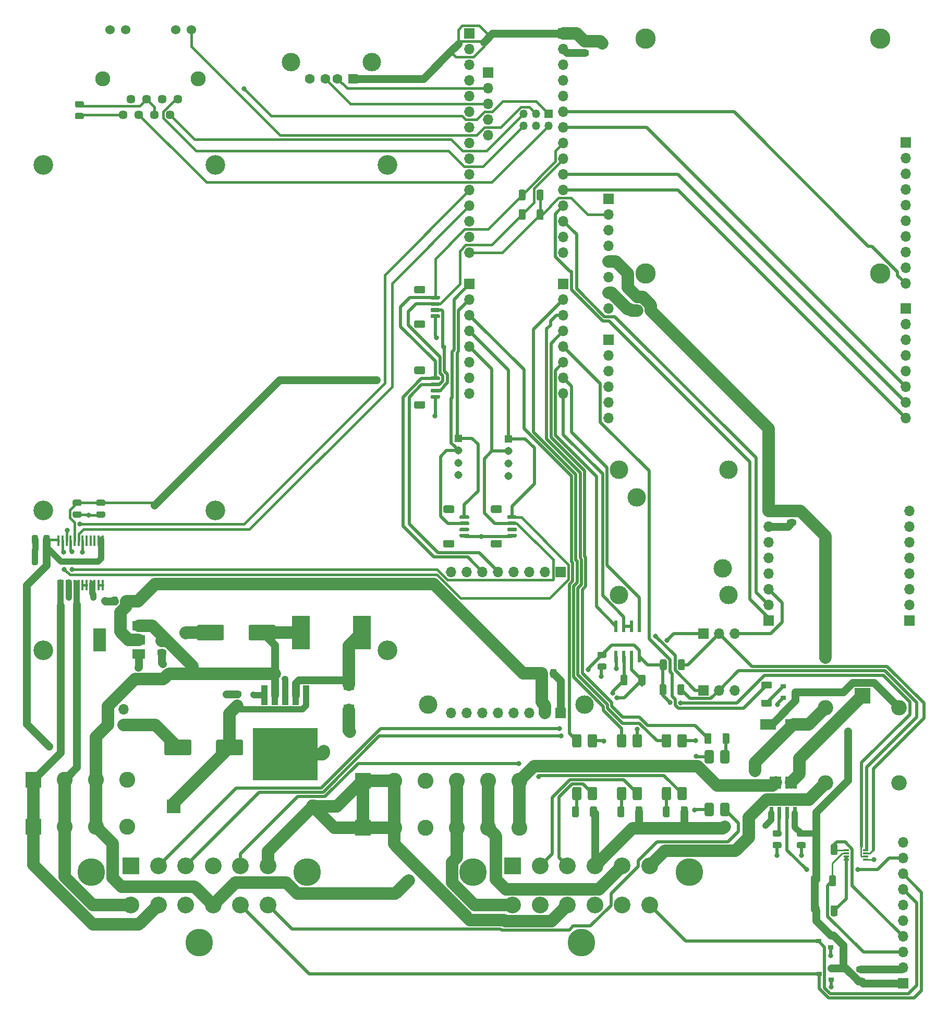
<source format=gbr>
%TF.GenerationSoftware,KiCad,Pcbnew,(5.1.10)-1*%
%TF.CreationDate,2022-08-04T08:13:07-06:00*%
%TF.ProjectId,AS14,41533134-2e6b-4696-9361-645f70636258,rev?*%
%TF.SameCoordinates,Original*%
%TF.FileFunction,Copper,L1,Top*%
%TF.FilePolarity,Positive*%
%FSLAX46Y46*%
G04 Gerber Fmt 4.6, Leading zero omitted, Abs format (unit mm)*
G04 Created by KiCad (PCBNEW (5.1.10)-1) date 2022-08-04 08:13:07*
%MOMM*%
%LPD*%
G01*
G04 APERTURE LIST*
%TA.AperFunction,ComponentPad*%
%ADD10C,3.300000*%
%TD*%
%TA.AperFunction,ComponentPad*%
%ADD11C,4.485000*%
%TD*%
%TA.AperFunction,ComponentPad*%
%ADD12C,2.715000*%
%TD*%
%TA.AperFunction,ComponentPad*%
%ADD13R,2.715000X2.715000*%
%TD*%
%TA.AperFunction,ComponentPad*%
%ADD14O,1.700000X1.700000*%
%TD*%
%TA.AperFunction,ComponentPad*%
%ADD15R,1.700000X1.700000*%
%TD*%
%TA.AperFunction,ComponentPad*%
%ADD16C,1.600000*%
%TD*%
%TA.AperFunction,ComponentPad*%
%ADD17R,1.600000X1.500000*%
%TD*%
%TA.AperFunction,ComponentPad*%
%ADD18C,3.000000*%
%TD*%
%TA.AperFunction,SMDPad,CuDef*%
%ADD19R,0.900000X0.800000*%
%TD*%
%TA.AperFunction,SMDPad,CuDef*%
%ADD20R,0.850000X0.300000*%
%TD*%
%TA.AperFunction,SMDPad,CuDef*%
%ADD21R,2.000000X1.500000*%
%TD*%
%TA.AperFunction,SMDPad,CuDef*%
%ADD22R,2.000000X3.800000*%
%TD*%
%TA.AperFunction,ComponentPad*%
%ADD23C,2.999999*%
%TD*%
%TA.AperFunction,ComponentPad*%
%ADD24C,3.200000*%
%TD*%
%TA.AperFunction,SMDPad,CuDef*%
%ADD25R,0.450000X1.750000*%
%TD*%
%TA.AperFunction,ComponentPad*%
%ADD26C,2.600000*%
%TD*%
%TA.AperFunction,ComponentPad*%
%ADD27R,2.600000X2.600000*%
%TD*%
%TA.AperFunction,ComponentPad*%
%ADD28O,2.500000X2.500000*%
%TD*%
%TA.AperFunction,ComponentPad*%
%ADD29R,2.500000X2.500000*%
%TD*%
%TA.AperFunction,SMDPad,CuDef*%
%ADD30R,1.800000X1.800000*%
%TD*%
%TA.AperFunction,ComponentPad*%
%ADD31C,1.308000*%
%TD*%
%TA.AperFunction,ComponentPad*%
%ADD32R,1.308000X1.308000*%
%TD*%
%TA.AperFunction,ComponentPad*%
%ADD33C,2.445000*%
%TD*%
%TA.AperFunction,ComponentPad*%
%ADD34C,1.530000*%
%TD*%
%TA.AperFunction,ComponentPad*%
%ADD35C,1.446000*%
%TD*%
%TA.AperFunction,ComponentPad*%
%ADD36R,2.250000X2.250000*%
%TD*%
%TA.AperFunction,ComponentPad*%
%ADD37C,2.250000*%
%TD*%
%TA.AperFunction,SMDPad,CuDef*%
%ADD38R,0.530000X1.980000*%
%TD*%
%TA.AperFunction,SMDPad,CuDef*%
%ADD39R,2.500000X1.800000*%
%TD*%
%TA.AperFunction,SMDPad,CuDef*%
%ADD40R,10.530000X8.460000*%
%TD*%
%TA.AperFunction,SMDPad,CuDef*%
%ADD41R,1.050000X3.210000*%
%TD*%
%TA.AperFunction,SMDPad,CuDef*%
%ADD42R,2.900000X5.400000*%
%TD*%
%TA.AperFunction,ComponentPad*%
%ADD43O,1.350000X1.350000*%
%TD*%
%TA.AperFunction,ComponentPad*%
%ADD44R,1.350000X1.350000*%
%TD*%
%TA.AperFunction,ViaPad*%
%ADD45C,0.800000*%
%TD*%
%TA.AperFunction,Conductor*%
%ADD46C,1.016000*%
%TD*%
%TA.AperFunction,Conductor*%
%ADD47C,0.431800*%
%TD*%
%TA.AperFunction,Conductor*%
%ADD48C,0.508000*%
%TD*%
%TA.AperFunction,Conductor*%
%ADD49C,1.270000*%
%TD*%
%TA.AperFunction,Conductor*%
%ADD50C,2.032000*%
%TD*%
%TA.AperFunction,Conductor*%
%ADD51C,0.254000*%
%TD*%
G04 APERTURE END LIST*
%TO.P,C18,2*%
%TO.N,GND*%
%TA.AperFunction,SMDPad,CuDef*%
G36*
G01*
X35796200Y-99459200D02*
X36746200Y-99459200D01*
G75*
G02*
X36996200Y-99709200I0J-250000D01*
G01*
X36996200Y-100209200D01*
G75*
G02*
X36746200Y-100459200I-250000J0D01*
G01*
X35796200Y-100459200D01*
G75*
G02*
X35546200Y-100209200I0J250000D01*
G01*
X35546200Y-99709200D01*
G75*
G02*
X35796200Y-99459200I250000J0D01*
G01*
G37*
%TD.AperFunction*%
%TO.P,C18,1*%
%TO.N,Net-(C1-Pad1)*%
%TA.AperFunction,SMDPad,CuDef*%
G36*
G01*
X35796200Y-97559200D02*
X36746200Y-97559200D01*
G75*
G02*
X36996200Y-97809200I0J-250000D01*
G01*
X36996200Y-98309200D01*
G75*
G02*
X36746200Y-98559200I-250000J0D01*
G01*
X35796200Y-98559200D01*
G75*
G02*
X35546200Y-98309200I0J250000D01*
G01*
X35546200Y-97809200D01*
G75*
G02*
X35796200Y-97559200I250000J0D01*
G01*
G37*
%TD.AperFunction*%
%TD*%
%TO.P,C17,2*%
%TO.N,GND*%
%TA.AperFunction,SMDPad,CuDef*%
G36*
G01*
X153372800Y-153104000D02*
X154322800Y-153104000D01*
G75*
G02*
X154572800Y-153354000I0J-250000D01*
G01*
X154572800Y-153854000D01*
G75*
G02*
X154322800Y-154104000I-250000J0D01*
G01*
X153372800Y-154104000D01*
G75*
G02*
X153122800Y-153854000I0J250000D01*
G01*
X153122800Y-153354000D01*
G75*
G02*
X153372800Y-153104000I250000J0D01*
G01*
G37*
%TD.AperFunction*%
%TO.P,C17,1*%
%TO.N,Net-(C10-Pad1)*%
%TA.AperFunction,SMDPad,CuDef*%
G36*
G01*
X153372800Y-151204000D02*
X154322800Y-151204000D01*
G75*
G02*
X154572800Y-151454000I0J-250000D01*
G01*
X154572800Y-151954000D01*
G75*
G02*
X154322800Y-152204000I-250000J0D01*
G01*
X153372800Y-152204000D01*
G75*
G02*
X153122800Y-151954000I0J250000D01*
G01*
X153122800Y-151454000D01*
G75*
G02*
X153372800Y-151204000I250000J0D01*
G01*
G37*
%TD.AperFunction*%
%TD*%
%TO.P,U7,8*%
%TO.N,Net-(C10-Pad1)*%
%TA.AperFunction,SMDPad,CuDef*%
G36*
G01*
X152548400Y-147413000D02*
X153064400Y-147413000D01*
G75*
G02*
X153106400Y-147455000I0J-42000D01*
G01*
X153106400Y-149341000D01*
G75*
G02*
X153064400Y-149383000I-42000J0D01*
G01*
X152548400Y-149383000D01*
G75*
G02*
X152506400Y-149341000I0J42000D01*
G01*
X152506400Y-147455000D01*
G75*
G02*
X152548400Y-147413000I42000J0D01*
G01*
G37*
%TD.AperFunction*%
%TO.P,U7,7*%
%TO.N,Net-(J11-Pad9)*%
%TA.AperFunction,SMDPad,CuDef*%
G36*
G01*
X151278400Y-147413000D02*
X151794400Y-147413000D01*
G75*
G02*
X151836400Y-147455000I0J-42000D01*
G01*
X151836400Y-149341000D01*
G75*
G02*
X151794400Y-149383000I-42000J0D01*
G01*
X151278400Y-149383000D01*
G75*
G02*
X151236400Y-149341000I0J42000D01*
G01*
X151236400Y-147455000D01*
G75*
G02*
X151278400Y-147413000I42000J0D01*
G01*
G37*
%TD.AperFunction*%
%TO.P,U7,6*%
%TO.N,Net-(C16-Pad1)*%
%TA.AperFunction,SMDPad,CuDef*%
G36*
G01*
X150008400Y-147413000D02*
X150524400Y-147413000D01*
G75*
G02*
X150566400Y-147455000I0J-42000D01*
G01*
X150566400Y-149341000D01*
G75*
G02*
X150524400Y-149383000I-42000J0D01*
G01*
X150008400Y-149383000D01*
G75*
G02*
X149966400Y-149341000I0J42000D01*
G01*
X149966400Y-147455000D01*
G75*
G02*
X150008400Y-147413000I42000J0D01*
G01*
G37*
%TD.AperFunction*%
%TO.P,U7,5*%
%TO.N,GND*%
%TA.AperFunction,SMDPad,CuDef*%
G36*
G01*
X148738400Y-147413000D02*
X149254400Y-147413000D01*
G75*
G02*
X149296400Y-147455000I0J-42000D01*
G01*
X149296400Y-149341000D01*
G75*
G02*
X149254400Y-149383000I-42000J0D01*
G01*
X148738400Y-149383000D01*
G75*
G02*
X148696400Y-149341000I0J42000D01*
G01*
X148696400Y-147455000D01*
G75*
G02*
X148738400Y-147413000I42000J0D01*
G01*
G37*
%TD.AperFunction*%
%TO.P,U7,4*%
%TO.N,Net-(KF2-Pad6)*%
%TA.AperFunction,SMDPad,CuDef*%
G36*
G01*
X148738400Y-142463000D02*
X149254400Y-142463000D01*
G75*
G02*
X149296400Y-142505000I0J-42000D01*
G01*
X149296400Y-144391000D01*
G75*
G02*
X149254400Y-144433000I-42000J0D01*
G01*
X148738400Y-144433000D01*
G75*
G02*
X148696400Y-144391000I0J42000D01*
G01*
X148696400Y-142505000D01*
G75*
G02*
X148738400Y-142463000I42000J0D01*
G01*
G37*
%TD.AperFunction*%
%TO.P,U7,3*%
%TA.AperFunction,SMDPad,CuDef*%
G36*
G01*
X150008400Y-142463000D02*
X150524400Y-142463000D01*
G75*
G02*
X150566400Y-142505000I0J-42000D01*
G01*
X150566400Y-144391000D01*
G75*
G02*
X150524400Y-144433000I-42000J0D01*
G01*
X150008400Y-144433000D01*
G75*
G02*
X149966400Y-144391000I0J42000D01*
G01*
X149966400Y-142505000D01*
G75*
G02*
X150008400Y-142463000I42000J0D01*
G01*
G37*
%TD.AperFunction*%
%TO.P,U7,2*%
%TO.N,Net-(K1-Pad3)*%
%TA.AperFunction,SMDPad,CuDef*%
G36*
G01*
X151278400Y-142463000D02*
X151794400Y-142463000D01*
G75*
G02*
X151836400Y-142505000I0J-42000D01*
G01*
X151836400Y-144391000D01*
G75*
G02*
X151794400Y-144433000I-42000J0D01*
G01*
X151278400Y-144433000D01*
G75*
G02*
X151236400Y-144391000I0J42000D01*
G01*
X151236400Y-142505000D01*
G75*
G02*
X151278400Y-142463000I42000J0D01*
G01*
G37*
%TD.AperFunction*%
%TO.P,U7,1*%
%TA.AperFunction,SMDPad,CuDef*%
G36*
G01*
X152548400Y-142463000D02*
X153064400Y-142463000D01*
G75*
G02*
X153106400Y-142505000I0J-42000D01*
G01*
X153106400Y-144391000D01*
G75*
G02*
X153064400Y-144433000I-42000J0D01*
G01*
X152548400Y-144433000D01*
G75*
G02*
X152506400Y-144391000I0J42000D01*
G01*
X152506400Y-142505000D01*
G75*
G02*
X152548400Y-142463000I42000J0D01*
G01*
G37*
%TD.AperFunction*%
%TD*%
D10*
%TO.P,REF\u002A\u002A,*%
%TO.N,*%
X128540000Y-60833000D03*
X128540000Y-22733000D03*
X166640000Y-22733000D03*
X166640000Y-60833000D03*
%TD*%
D11*
%TO.P,J28,MH3*%
%TO.N,Net-(J28-PadMH3)*%
X135655000Y-157992000D03*
%TO.P,J28,MH2*%
%TO.N,Net-(J28-PadMH2)*%
X118115000Y-169422000D03*
%TO.P,J28,MH1*%
%TO.N,Net-(J28-PadMH1)*%
X100575000Y-157992000D03*
D12*
%TO.P,J28,12*%
%TO.N,Net-(J28-Pad12)*%
X107000000Y-163322000D03*
%TO.P,J28,11*%
%TO.N,GND*%
X111445000Y-163322000D03*
%TO.P,J28,10*%
%TO.N,Net-(D5-Pad2)*%
X115890000Y-163322000D03*
%TO.P,J28,9*%
%TO.N,GND*%
X120340000Y-163322000D03*
%TO.P,J28,8*%
X124785000Y-163322000D03*
%TO.P,J28,7*%
%TO.N,Net-(D4-Pad3)*%
X129230000Y-163322000D03*
%TO.P,J28,6*%
%TO.N,Net-(J28-Pad6)*%
X129230000Y-156972000D03*
%TO.P,J28,5*%
%TO.N,Net-(J28-Pad5)*%
X124785000Y-156972000D03*
%TO.P,J28,4*%
%TO.N,Net-(C10-Pad1)*%
X120340000Y-156972000D03*
%TO.P,J28,3*%
%TO.N,Net-(J28-Pad3)*%
X115890000Y-156972000D03*
%TO.P,J28,2*%
%TO.N,Net-(J28-Pad2)*%
X111445000Y-156972000D03*
D13*
%TO.P,J28,1*%
%TO.N,GND*%
X107000000Y-156972000D03*
%TD*%
D14*
%TO.P,J6,5*%
%TO.N,GND*%
X103035600Y-38404800D03*
%TO.P,J6,4*%
X103035600Y-35864800D03*
%TO.P,J6,3*%
%TO.N,Net-(J5-Pad3)*%
X103035600Y-33324800D03*
%TO.P,J6,2*%
%TO.N,Net-(J5-Pad2)*%
X103035600Y-30784800D03*
D15*
%TO.P,J6,1*%
%TO.N,Net-(J6-Pad1)*%
X103035600Y-28244800D03*
%TD*%
D16*
%TO.P,J5,4*%
%TO.N,GND*%
X74051400Y-29260800D03*
%TO.P,J5,3*%
%TO.N,Net-(J5-Pad3)*%
X76551400Y-29260800D03*
%TO.P,J5,2*%
%TO.N,Net-(J5-Pad2)*%
X78551400Y-29260800D03*
D17*
%TO.P,J5,1*%
%TO.N,Net-(C10-Pad1)*%
X81051400Y-29260800D03*
D18*
%TO.P,J5,5*%
%TO.N,GND*%
X70981400Y-26550800D03*
X84121400Y-26550800D03*
%TD*%
D11*
%TO.P,J7,MH3*%
%TO.N,Net-(J7-PadMH3)*%
X73655000Y-157992000D03*
%TO.P,J7,MH2*%
%TO.N,Net-(J7-PadMH2)*%
X56115000Y-169422000D03*
%TO.P,J7,MH1*%
%TO.N,Net-(J7-PadMH1)*%
X38575000Y-157992000D03*
D12*
%TO.P,J7,12*%
%TO.N,Net-(J7-Pad12)*%
X45000000Y-163322000D03*
%TO.P,J7,11*%
%TO.N,Net-(J7-Pad11)*%
X49445000Y-163322000D03*
%TO.P,J7,10*%
%TO.N,GND*%
X53890000Y-163322000D03*
%TO.P,J7,9*%
%TO.N,Net-(C10-Pad1)*%
X58340000Y-163322000D03*
%TO.P,J7,8*%
%TO.N,Net-(D2-Pad3)*%
X62785000Y-163322000D03*
%TO.P,J7,7*%
%TO.N,Net-(J7-Pad7)*%
X67230000Y-163322000D03*
%TO.P,J7,6*%
%TO.N,Net-(D5-Pad2)*%
X67230000Y-156972000D03*
%TO.P,J7,5*%
%TO.N,Net-(J7-Pad5)*%
X62785000Y-156972000D03*
%TO.P,J7,4*%
%TO.N,GND*%
X58340000Y-156972000D03*
%TO.P,J7,3*%
%TO.N,Net-(J7-Pad3)*%
X53890000Y-156972000D03*
%TO.P,J7,2*%
%TO.N,Net-(J7-Pad2)*%
X49445000Y-156972000D03*
D13*
%TO.P,J7,1*%
%TO.N,GND*%
X45000000Y-156972000D03*
%TD*%
D19*
%TO.P,D2,3*%
%TO.N,Net-(D2-Pad3)*%
X156734000Y-174498000D03*
%TO.P,D2,2*%
%TO.N,Net-(C10-Pad1)*%
X158734000Y-173548000D03*
%TO.P,D2,1*%
%TO.N,GND*%
X158734000Y-175448000D03*
%TD*%
%TO.P,R8,2*%
%TO.N,Net-(IC3-Pad3)*%
%TA.AperFunction,SMDPad,CuDef*%
G36*
G01*
X133818200Y-124958001D02*
X133818200Y-123707999D01*
G75*
G02*
X134068199Y-123458000I249999J0D01*
G01*
X134693201Y-123458000D01*
G75*
G02*
X134943200Y-123707999I0J-249999D01*
G01*
X134943200Y-124958001D01*
G75*
G02*
X134693201Y-125208000I-249999J0D01*
G01*
X134068199Y-125208000D01*
G75*
G02*
X133818200Y-124958001I0J249999D01*
G01*
G37*
%TD.AperFunction*%
%TO.P,R8,1*%
%TO.N,Net-(C1-Pad1)*%
%TA.AperFunction,SMDPad,CuDef*%
G36*
G01*
X130893200Y-124958001D02*
X130893200Y-123707999D01*
G75*
G02*
X131143199Y-123458000I249999J0D01*
G01*
X131768201Y-123458000D01*
G75*
G02*
X132018200Y-123707999I0J-249999D01*
G01*
X132018200Y-124958001D01*
G75*
G02*
X131768201Y-125208000I-249999J0D01*
G01*
X131143199Y-125208000D01*
G75*
G02*
X130893200Y-124958001I0J249999D01*
G01*
G37*
%TD.AperFunction*%
%TD*%
%TO.P,R5,2*%
%TO.N,Net-(IC3-Pad4)*%
%TA.AperFunction,SMDPad,CuDef*%
G36*
G01*
X133742000Y-128996601D02*
X133742000Y-127746599D01*
G75*
G02*
X133991999Y-127496600I249999J0D01*
G01*
X134617001Y-127496600D01*
G75*
G02*
X134867000Y-127746599I0J-249999D01*
G01*
X134867000Y-128996601D01*
G75*
G02*
X134617001Y-129246600I-249999J0D01*
G01*
X133991999Y-129246600D01*
G75*
G02*
X133742000Y-128996601I0J249999D01*
G01*
G37*
%TD.AperFunction*%
%TO.P,R5,1*%
%TO.N,Net-(C1-Pad1)*%
%TA.AperFunction,SMDPad,CuDef*%
G36*
G01*
X130817000Y-128996601D02*
X130817000Y-127746599D01*
G75*
G02*
X131066999Y-127496600I249999J0D01*
G01*
X131692001Y-127496600D01*
G75*
G02*
X131942000Y-127746599I0J-249999D01*
G01*
X131942000Y-128996601D01*
G75*
G02*
X131692001Y-129246600I-249999J0D01*
G01*
X131066999Y-129246600D01*
G75*
G02*
X130817000Y-128996601I0J249999D01*
G01*
G37*
%TD.AperFunction*%
%TD*%
%TO.P,R4,2*%
%TO.N,Net-(IC3-Pad7)*%
%TA.AperFunction,SMDPad,CuDef*%
G36*
G01*
X158608600Y-164886801D02*
X158608600Y-163636799D01*
G75*
G02*
X158858599Y-163386800I249999J0D01*
G01*
X159483601Y-163386800D01*
G75*
G02*
X159733600Y-163636799I0J-249999D01*
G01*
X159733600Y-164886801D01*
G75*
G02*
X159483601Y-165136800I-249999J0D01*
G01*
X158858599Y-165136800D01*
G75*
G02*
X158608600Y-164886801I0J249999D01*
G01*
G37*
%TD.AperFunction*%
%TO.P,R4,1*%
%TO.N,Net-(C10-Pad1)*%
%TA.AperFunction,SMDPad,CuDef*%
G36*
G01*
X155683600Y-164886801D02*
X155683600Y-163636799D01*
G75*
G02*
X155933599Y-163386800I249999J0D01*
G01*
X156558601Y-163386800D01*
G75*
G02*
X156808600Y-163636799I0J-249999D01*
G01*
X156808600Y-164886801D01*
G75*
G02*
X156558601Y-165136800I-249999J0D01*
G01*
X155933599Y-165136800D01*
G75*
G02*
X155683600Y-164886801I0J249999D01*
G01*
G37*
%TD.AperFunction*%
%TD*%
%TO.P,R3,2*%
%TO.N,Net-(IC3-Pad5)*%
%TA.AperFunction,SMDPad,CuDef*%
G36*
G01*
X158608600Y-154930001D02*
X158608600Y-153679999D01*
G75*
G02*
X158858599Y-153430000I249999J0D01*
G01*
X159483601Y-153430000D01*
G75*
G02*
X159733600Y-153679999I0J-249999D01*
G01*
X159733600Y-154930001D01*
G75*
G02*
X159483601Y-155180000I-249999J0D01*
G01*
X158858599Y-155180000D01*
G75*
G02*
X158608600Y-154930001I0J249999D01*
G01*
G37*
%TD.AperFunction*%
%TO.P,R3,1*%
%TO.N,Net-(C10-Pad1)*%
%TA.AperFunction,SMDPad,CuDef*%
G36*
G01*
X155683600Y-154930001D02*
X155683600Y-153679999D01*
G75*
G02*
X155933599Y-153430000I249999J0D01*
G01*
X156558601Y-153430000D01*
G75*
G02*
X156808600Y-153679999I0J-249999D01*
G01*
X156808600Y-154930001D01*
G75*
G02*
X156558601Y-155180000I-249999J0D01*
G01*
X155933599Y-155180000D01*
G75*
G02*
X155683600Y-154930001I0J249999D01*
G01*
G37*
%TD.AperFunction*%
%TD*%
%TO.P,R2,2*%
%TO.N,Net-(IC3-Pad6)*%
%TA.AperFunction,SMDPad,CuDef*%
G36*
G01*
X158354600Y-160010001D02*
X158354600Y-158759999D01*
G75*
G02*
X158604599Y-158510000I249999J0D01*
G01*
X159229601Y-158510000D01*
G75*
G02*
X159479600Y-158759999I0J-249999D01*
G01*
X159479600Y-160010001D01*
G75*
G02*
X159229601Y-160260000I-249999J0D01*
G01*
X158604599Y-160260000D01*
G75*
G02*
X158354600Y-160010001I0J249999D01*
G01*
G37*
%TD.AperFunction*%
%TO.P,R2,1*%
%TO.N,Net-(C10-Pad1)*%
%TA.AperFunction,SMDPad,CuDef*%
G36*
G01*
X155429600Y-160010001D02*
X155429600Y-158759999D01*
G75*
G02*
X155679599Y-158510000I249999J0D01*
G01*
X156304601Y-158510000D01*
G75*
G02*
X156554600Y-158759999I0J-249999D01*
G01*
X156554600Y-160010001D01*
G75*
G02*
X156304601Y-160260000I-249999J0D01*
G01*
X155679599Y-160260000D01*
G75*
G02*
X155429600Y-160010001I0J249999D01*
G01*
G37*
%TD.AperFunction*%
%TD*%
D20*
%TO.P,IC3,1*%
%TO.N,GND*%
X164312800Y-155944000D03*
%TO.P,IC3,2*%
%TO.N,Net-(C1-Pad1)*%
X164312800Y-155444000D03*
%TO.P,IC3,3*%
%TO.N,Net-(IC3-Pad3)*%
X164312800Y-154944000D03*
%TO.P,IC3,4*%
%TO.N,Net-(IC3-Pad4)*%
X164312800Y-154444000D03*
%TO.P,IC3,5*%
%TO.N,Net-(IC3-Pad5)*%
X161162800Y-154444000D03*
%TO.P,IC3,6*%
%TO.N,Net-(IC3-Pad6)*%
X161162800Y-154944000D03*
%TO.P,IC3,7*%
%TO.N,Net-(IC3-Pad7)*%
X161162800Y-155444000D03*
%TO.P,IC3,8*%
X161162800Y-155944000D03*
%TD*%
D19*
%TO.P,D4,3*%
%TO.N,Net-(D4-Pad3)*%
X156632400Y-169189400D03*
%TO.P,D4,2*%
%TO.N,Net-(C10-Pad1)*%
X158632400Y-168239400D03*
%TO.P,D4,1*%
%TO.N,GND*%
X158632400Y-170139400D03*
%TD*%
%TO.P,C5,2*%
%TO.N,GND*%
%TA.AperFunction,SMDPad,CuDef*%
G36*
G01*
X163974800Y-174251200D02*
X163024800Y-174251200D01*
G75*
G02*
X162774800Y-174001200I0J250000D01*
G01*
X162774800Y-173501200D01*
G75*
G02*
X163024800Y-173251200I250000J0D01*
G01*
X163974800Y-173251200D01*
G75*
G02*
X164224800Y-173501200I0J-250000D01*
G01*
X164224800Y-174001200D01*
G75*
G02*
X163974800Y-174251200I-250000J0D01*
G01*
G37*
%TD.AperFunction*%
%TO.P,C5,1*%
%TO.N,Net-(C10-Pad1)*%
%TA.AperFunction,SMDPad,CuDef*%
G36*
G01*
X163974800Y-176151200D02*
X163024800Y-176151200D01*
G75*
G02*
X162774800Y-175901200I0J250000D01*
G01*
X162774800Y-175401200D01*
G75*
G02*
X163024800Y-175151200I250000J0D01*
G01*
X163974800Y-175151200D01*
G75*
G02*
X164224800Y-175401200I0J-250000D01*
G01*
X164224800Y-175901200D01*
G75*
G02*
X163974800Y-176151200I-250000J0D01*
G01*
G37*
%TD.AperFunction*%
%TD*%
D14*
%TO.P,J16,3*%
%TO.N,Net-(J16-Pad3)*%
X143027400Y-119278400D03*
%TO.P,J16,2*%
%TO.N,Net-(IC3-Pad3)*%
X140487400Y-119278400D03*
D15*
%TO.P,J16,1*%
%TO.N,Net-(J14-Pad8)*%
X137947400Y-119278400D03*
%TD*%
D14*
%TO.P,J17,3*%
%TO.N,Net-(J17-Pad3)*%
X143027400Y-128498600D03*
%TO.P,J17,2*%
%TO.N,Net-(IC3-Pad4)*%
X140487400Y-128498600D03*
D15*
%TO.P,J17,1*%
%TO.N,Net-(J14-Pad9)*%
X137947400Y-128498600D03*
%TD*%
%TO.P,C16,2*%
%TO.N,GND*%
%TA.AperFunction,SMDPad,CuDef*%
G36*
G01*
X149435800Y-153104000D02*
X150385800Y-153104000D01*
G75*
G02*
X150635800Y-153354000I0J-250000D01*
G01*
X150635800Y-153854000D01*
G75*
G02*
X150385800Y-154104000I-250000J0D01*
G01*
X149435800Y-154104000D01*
G75*
G02*
X149185800Y-153854000I0J250000D01*
G01*
X149185800Y-153354000D01*
G75*
G02*
X149435800Y-153104000I250000J0D01*
G01*
G37*
%TD.AperFunction*%
%TO.P,C16,1*%
%TO.N,Net-(C16-Pad1)*%
%TA.AperFunction,SMDPad,CuDef*%
G36*
G01*
X149435800Y-151204000D02*
X150385800Y-151204000D01*
G75*
G02*
X150635800Y-151454000I0J-250000D01*
G01*
X150635800Y-151954000D01*
G75*
G02*
X150385800Y-152204000I-250000J0D01*
G01*
X149435800Y-152204000D01*
G75*
G02*
X149185800Y-151954000I0J250000D01*
G01*
X149185800Y-151454000D01*
G75*
G02*
X149435800Y-151204000I250000J0D01*
G01*
G37*
%TD.AperFunction*%
%TD*%
D21*
%TO.P,IC1,1*%
%TO.N,GND*%
X46253800Y-122594400D03*
%TO.P,IC1,3*%
%TO.N,Net-(C10-Pad1)*%
X46253800Y-117994400D03*
%TO.P,IC1,2*%
%TO.N,Net-(C1-Pad1)*%
X46253800Y-120294400D03*
D22*
%TO.P,IC1,4*%
%TO.N,Net-(IC1-Pad4)*%
X39953800Y-120294400D03*
%TD*%
D18*
%TO.P,M1,2*%
%TO.N,N/C*%
X141127600Y-108726000D03*
%TO.P,M1,1*%
X127127600Y-97226000D03*
%TD*%
%TO.P,C11,2*%
%TO.N,GND*%
%TA.AperFunction,SMDPad,CuDef*%
G36*
G01*
X118143000Y-24580000D02*
X119093000Y-24580000D01*
G75*
G02*
X119343000Y-24830000I0J-250000D01*
G01*
X119343000Y-25330000D01*
G75*
G02*
X119093000Y-25580000I-250000J0D01*
G01*
X118143000Y-25580000D01*
G75*
G02*
X117893000Y-25330000I0J250000D01*
G01*
X117893000Y-24830000D01*
G75*
G02*
X118143000Y-24580000I250000J0D01*
G01*
G37*
%TD.AperFunction*%
%TO.P,C11,1*%
%TO.N,Net-(C10-Pad1)*%
%TA.AperFunction,SMDPad,CuDef*%
G36*
G01*
X118143000Y-22680000D02*
X119093000Y-22680000D01*
G75*
G02*
X119343000Y-22930000I0J-250000D01*
G01*
X119343000Y-23430000D01*
G75*
G02*
X119093000Y-23680000I-250000J0D01*
G01*
X118143000Y-23680000D01*
G75*
G02*
X117893000Y-23430000I0J250000D01*
G01*
X117893000Y-22930000D01*
G75*
G02*
X118143000Y-22680000I250000J0D01*
G01*
G37*
%TD.AperFunction*%
%TD*%
D23*
%TO.P,REF\u002A\u002A,4*%
%TO.N,N/C*%
X124256800Y-92684600D03*
%TO.P,REF\u002A\u002A,3*%
X142036800Y-92684600D03*
%TO.P,REF\u002A\u002A,2*%
X142036800Y-113004600D03*
%TO.P,REF\u002A\u002A,1*%
X124256800Y-113004600D03*
%TD*%
D18*
%TO.P,REF\u002A\u002A,*%
%TO.N,*%
X93245000Y-130837000D03*
X118645000Y-130837000D03*
%TD*%
D24*
%TO.P,REF\u002A\u002A,8*%
%TO.N,N/C*%
X58746000Y-43266000D03*
X58746000Y-99266000D03*
X30746000Y-99266000D03*
X30746000Y-43266000D03*
X86626000Y-43266000D03*
X86626000Y-122006000D03*
X30746000Y-122006000D03*
%TD*%
D14*
%TO.P,J11,10*%
%TO.N,Net-(J11-Pad10)*%
X170383200Y-153187400D03*
%TO.P,J11,9*%
%TO.N,Net-(J11-Pad9)*%
X170383200Y-155727400D03*
%TO.P,J11,8*%
%TO.N,Net-(D2-Pad3)*%
X170383200Y-158267400D03*
%TO.P,J11,7*%
%TO.N,Net-(D4-Pad3)*%
X170383200Y-160807400D03*
%TO.P,J11,6*%
%TO.N,Net-(J11-Pad6)*%
X170383200Y-163347400D03*
%TO.P,J11,5*%
%TO.N,GND*%
X170383200Y-165887400D03*
%TO.P,J11,4*%
%TO.N,Net-(IC3-Pad5)*%
X170383200Y-168427400D03*
%TO.P,J11,3*%
%TO.N,Net-(IC3-Pad6)*%
X170383200Y-170967400D03*
%TO.P,J11,2*%
%TO.N,GND*%
X170383200Y-173507400D03*
D15*
%TO.P,J11,1*%
%TO.N,Net-(C10-Pad1)*%
X170383200Y-176047400D03*
%TD*%
%TO.P,C12,2*%
%TO.N,GND*%
%TA.AperFunction,SMDPad,CuDef*%
G36*
G01*
X126702800Y-66083600D02*
X127652800Y-66083600D01*
G75*
G02*
X127902800Y-66333600I0J-250000D01*
G01*
X127902800Y-66833600D01*
G75*
G02*
X127652800Y-67083600I-250000J0D01*
G01*
X126702800Y-67083600D01*
G75*
G02*
X126452800Y-66833600I0J250000D01*
G01*
X126452800Y-66333600D01*
G75*
G02*
X126702800Y-66083600I250000J0D01*
G01*
G37*
%TD.AperFunction*%
%TO.P,C12,1*%
%TO.N,Net-(C10-Pad1)*%
%TA.AperFunction,SMDPad,CuDef*%
G36*
G01*
X126702800Y-64183600D02*
X127652800Y-64183600D01*
G75*
G02*
X127902800Y-64433600I0J-250000D01*
G01*
X127902800Y-64933600D01*
G75*
G02*
X127652800Y-65183600I-250000J0D01*
G01*
X126702800Y-65183600D01*
G75*
G02*
X126452800Y-64933600I0J250000D01*
G01*
X126452800Y-64433600D01*
G75*
G02*
X126702800Y-64183600I250000J0D01*
G01*
G37*
%TD.AperFunction*%
%TD*%
D14*
%TO.P,J23,8*%
%TO.N,Net-(J23-Pad8)*%
X97025460Y-109273100D03*
%TO.P,J23,7*%
%TO.N,Net-(J23-Pad7)*%
X99565460Y-109273100D03*
%TO.P,J23,6*%
%TO.N,Net-(J14-Pad8)*%
X102105460Y-109273100D03*
%TO.P,J23,5*%
%TO.N,Net-(J14-Pad9)*%
X104645460Y-109273100D03*
%TO.P,J23,4*%
%TO.N,Net-(J23-Pad4)*%
X107185460Y-109273100D03*
%TO.P,J23,3*%
%TO.N,Net-(J23-Pad3)*%
X109725460Y-109273100D03*
%TO.P,J23,2*%
%TO.N,Net-(J23-Pad2)*%
X112265460Y-109273100D03*
D15*
%TO.P,J23,1*%
%TO.N,Net-(J23-Pad1)*%
X114805460Y-109273100D03*
%TD*%
%TO.P,C3,2*%
%TO.N,GND*%
%TA.AperFunction,SMDPad,CuDef*%
G36*
G01*
X29903000Y-106967000D02*
X29903000Y-107917000D01*
G75*
G02*
X29653000Y-108167000I-250000J0D01*
G01*
X29153000Y-108167000D01*
G75*
G02*
X28903000Y-107917000I0J250000D01*
G01*
X28903000Y-106967000D01*
G75*
G02*
X29153000Y-106717000I250000J0D01*
G01*
X29653000Y-106717000D01*
G75*
G02*
X29903000Y-106967000I0J-250000D01*
G01*
G37*
%TD.AperFunction*%
%TO.P,C3,1*%
%TO.N,Net-(C2-Pad1)*%
%TA.AperFunction,SMDPad,CuDef*%
G36*
G01*
X31803000Y-106967000D02*
X31803000Y-107917000D01*
G75*
G02*
X31553000Y-108167000I-250000J0D01*
G01*
X31053000Y-108167000D01*
G75*
G02*
X30803000Y-107917000I0J250000D01*
G01*
X30803000Y-106967000D01*
G75*
G02*
X31053000Y-106717000I250000J0D01*
G01*
X31553000Y-106717000D01*
G75*
G02*
X31803000Y-106967000I0J-250000D01*
G01*
G37*
%TD.AperFunction*%
%TD*%
D25*
%TO.P,U1,24*%
%TO.N,Net-(C2-Pad1)*%
X33255000Y-104223000D03*
%TO.P,U1,23*%
%TO.N,Net-(J1-Pad4)*%
X33905000Y-104223000D03*
%TO.P,U1,22*%
%TO.N,Net-(J12-Pad11)*%
X34555000Y-104223000D03*
%TO.P,U1,21*%
%TO.N,Net-(J1-Pad3)*%
X35205000Y-104223000D03*
%TO.P,U1,20*%
%TO.N,Net-(C1-Pad1)*%
X35855000Y-104223000D03*
%TO.P,U1,19*%
%TO.N,Net-(J12-Pad12)*%
X36505000Y-104223000D03*
%TO.P,U1,18*%
%TO.N,GND*%
X37155000Y-104223000D03*
%TO.P,U1,17*%
%TO.N,Net-(U1-Pad17)*%
X37805000Y-104223000D03*
%TO.P,U1,16*%
%TO.N,Net-(U1-Pad16)*%
X38455000Y-104223000D03*
%TO.P,U1,15*%
%TO.N,Net-(U1-Pad15)*%
X39105000Y-104223000D03*
%TO.P,U1,14*%
%TO.N,Net-(C2-Pad1)*%
X39755000Y-104223000D03*
%TO.P,U1,13*%
X40405000Y-104223000D03*
%TO.P,U1,12*%
%TO.N,Net-(U1-Pad11)*%
X40405000Y-111423000D03*
%TO.P,U1,11*%
X39755000Y-111423000D03*
%TO.P,U1,10*%
%TO.N,GND*%
X39105000Y-111423000D03*
%TO.P,U1,9*%
X38455000Y-111423000D03*
%TO.P,U1,8*%
%TO.N,Net-(U1-Pad7)*%
X37805000Y-111423000D03*
%TO.P,U1,7*%
X37155000Y-111423000D03*
%TO.P,U1,6*%
%TO.N,Net-(J7-Pad12)*%
X36505000Y-111423000D03*
%TO.P,U1,5*%
X35855000Y-111423000D03*
%TO.P,U1,4*%
%TO.N,GND*%
X35205000Y-111423000D03*
%TO.P,U1,3*%
X34555000Y-111423000D03*
%TO.P,U1,2*%
%TO.N,Net-(J7-Pad11)*%
X33905000Y-111423000D03*
%TO.P,U1,1*%
X33255000Y-111423000D03*
%TD*%
%TO.P,C2,2*%
%TO.N,GND*%
%TA.AperFunction,SMDPad,CuDef*%
G36*
G01*
X29903000Y-103538000D02*
X29903000Y-104488000D01*
G75*
G02*
X29653000Y-104738000I-250000J0D01*
G01*
X29153000Y-104738000D01*
G75*
G02*
X28903000Y-104488000I0J250000D01*
G01*
X28903000Y-103538000D01*
G75*
G02*
X29153000Y-103288000I250000J0D01*
G01*
X29653000Y-103288000D01*
G75*
G02*
X29903000Y-103538000I0J-250000D01*
G01*
G37*
%TD.AperFunction*%
%TO.P,C2,1*%
%TO.N,Net-(C2-Pad1)*%
%TA.AperFunction,SMDPad,CuDef*%
G36*
G01*
X31803000Y-103538000D02*
X31803000Y-104488000D01*
G75*
G02*
X31553000Y-104738000I-250000J0D01*
G01*
X31053000Y-104738000D01*
G75*
G02*
X30803000Y-104488000I0J250000D01*
G01*
X30803000Y-103538000D01*
G75*
G02*
X31053000Y-103288000I250000J0D01*
G01*
X31553000Y-103288000D01*
G75*
G02*
X31803000Y-103538000I0J-250000D01*
G01*
G37*
%TD.AperFunction*%
%TD*%
%TO.P,C1,2*%
%TO.N,GND*%
%TA.AperFunction,SMDPad,CuDef*%
G36*
G01*
X39631600Y-99459200D02*
X40581600Y-99459200D01*
G75*
G02*
X40831600Y-99709200I0J-250000D01*
G01*
X40831600Y-100209200D01*
G75*
G02*
X40581600Y-100459200I-250000J0D01*
G01*
X39631600Y-100459200D01*
G75*
G02*
X39381600Y-100209200I0J250000D01*
G01*
X39381600Y-99709200D01*
G75*
G02*
X39631600Y-99459200I250000J0D01*
G01*
G37*
%TD.AperFunction*%
%TO.P,C1,1*%
%TO.N,Net-(C1-Pad1)*%
%TA.AperFunction,SMDPad,CuDef*%
G36*
G01*
X39631600Y-97559200D02*
X40581600Y-97559200D01*
G75*
G02*
X40831600Y-97809200I0J-250000D01*
G01*
X40831600Y-98309200D01*
G75*
G02*
X40581600Y-98559200I-250000J0D01*
G01*
X39631600Y-98559200D01*
G75*
G02*
X39381600Y-98309200I0J250000D01*
G01*
X39381600Y-97809200D01*
G75*
G02*
X39631600Y-97559200I250000J0D01*
G01*
G37*
%TD.AperFunction*%
%TD*%
%TO.P,C15,2*%
%TO.N,GND*%
%TA.AperFunction,SMDPad,CuDef*%
G36*
G01*
X113099000Y-126205000D02*
X113099000Y-125255000D01*
G75*
G02*
X113349000Y-125005000I250000J0D01*
G01*
X113849000Y-125005000D01*
G75*
G02*
X114099000Y-125255000I0J-250000D01*
G01*
X114099000Y-126205000D01*
G75*
G02*
X113849000Y-126455000I-250000J0D01*
G01*
X113349000Y-126455000D01*
G75*
G02*
X113099000Y-126205000I0J250000D01*
G01*
G37*
%TD.AperFunction*%
%TO.P,C15,1*%
%TO.N,Net-(C1-Pad1)*%
%TA.AperFunction,SMDPad,CuDef*%
G36*
G01*
X111199000Y-126205000D02*
X111199000Y-125255000D01*
G75*
G02*
X111449000Y-125005000I250000J0D01*
G01*
X111949000Y-125005000D01*
G75*
G02*
X112199000Y-125255000I0J-250000D01*
G01*
X112199000Y-126205000D01*
G75*
G02*
X111949000Y-126455000I-250000J0D01*
G01*
X111449000Y-126455000D01*
G75*
G02*
X111199000Y-126205000I0J250000D01*
G01*
G37*
%TD.AperFunction*%
%TD*%
%TO.P,R9,2*%
%TO.N,Net-(J7-Pad2)*%
%TA.AperFunction,SMDPad,CuDef*%
G36*
G01*
X125617400Y-126197199D02*
X125617400Y-127447201D01*
G75*
G02*
X125367401Y-127697200I-249999J0D01*
G01*
X124742399Y-127697200D01*
G75*
G02*
X124492400Y-127447201I0J249999D01*
G01*
X124492400Y-126197199D01*
G75*
G02*
X124742399Y-125947200I249999J0D01*
G01*
X125367401Y-125947200D01*
G75*
G02*
X125617400Y-126197199I0J-249999D01*
G01*
G37*
%TD.AperFunction*%
%TO.P,R9,1*%
%TO.N,Net-(J7-Pad3)*%
%TA.AperFunction,SMDPad,CuDef*%
G36*
G01*
X128542400Y-126197199D02*
X128542400Y-127447201D01*
G75*
G02*
X128292401Y-127697200I-249999J0D01*
G01*
X127667399Y-127697200D01*
G75*
G02*
X127417400Y-127447201I0J249999D01*
G01*
X127417400Y-126197199D01*
G75*
G02*
X127667399Y-125947200I249999J0D01*
G01*
X128292401Y-125947200D01*
G75*
G02*
X128542400Y-126197199I0J-249999D01*
G01*
G37*
%TD.AperFunction*%
%TD*%
D26*
%TO.P,KF2,6*%
%TO.N,Net-(KF2-Pad6)*%
X108038900Y-143178400D03*
X108038900Y-150798400D03*
%TO.P,KF2,5*%
%TO.N,Net-(J28-Pad5)*%
X102958900Y-143178400D03*
X102958900Y-150798400D03*
%TO.P,KF2,4*%
%TO.N,Net-(J28-Pad12)*%
X97878900Y-143178400D03*
X97878900Y-150798400D03*
%TO.P,KF2,3*%
%TO.N,GND*%
X92798900Y-143178400D03*
X92798900Y-150798400D03*
%TO.P,KF2,2*%
%TO.N,Net-(D5-Pad2)*%
X87718900Y-143178400D03*
X87718900Y-150798400D03*
D27*
%TO.P,KF2,1*%
X82638900Y-143178400D03*
X82638900Y-150798400D03*
%TD*%
D26*
%TO.P,KF1,4*%
%TO.N,GND*%
X44373800Y-142949800D03*
X44373800Y-150569800D03*
%TO.P,KF1,3*%
%TO.N,Net-(C10-Pad1)*%
X39293800Y-142949800D03*
X39293800Y-150569800D03*
%TO.P,KF1,2*%
%TO.N,Net-(J7-Pad12)*%
X34213800Y-142949800D03*
X34213800Y-150569800D03*
D27*
%TO.P,KF1,1*%
%TO.N,Net-(J7-Pad11)*%
X29133800Y-142949800D03*
X29133800Y-150569800D03*
%TD*%
D28*
%TO.P,K1,2*%
%TO.N,Net-(D1-Pad2)*%
X169753800Y-131336800D03*
%TO.P,K1,4*%
%TO.N,Net-(K1-Pad4)*%
X169753800Y-143536800D03*
%TO.P,K1,5*%
%TO.N,Net-(J28-Pad6)*%
X157753800Y-143536800D03*
%TO.P,K1,1*%
%TO.N,Net-(C10-Pad1)*%
X157753800Y-131336800D03*
D29*
%TO.P,K1,3*%
%TO.N,Net-(K1-Pad3)*%
X163753800Y-129336800D03*
%TD*%
D30*
%TO.P,D3,2*%
%TO.N,GND*%
X80365600Y-131616200D03*
%TO.P,D3,1*%
%TO.N,Net-(D3-Pad1)*%
X80365600Y-127616200D03*
%TD*%
D31*
%TO.P,J2,4*%
%TO.N,GND*%
X106299000Y-93678000D03*
%TO.P,J2,3*%
%TO.N,Net-(J2-Pad3)*%
X106299000Y-91678000D03*
%TO.P,J2,2*%
%TO.N,Net-(J1-Pad3)*%
X106299000Y-89678000D03*
D32*
%TO.P,J2,1*%
%TO.N,Net-(J1-Pad4)*%
X106299000Y-87678000D03*
%TD*%
D15*
%TO.P,J8,1*%
%TO.N,Net-(C10-Pad1)*%
X41249600Y-131572000D03*
D14*
%TO.P,J8,2*%
X41249600Y-134112000D03*
%TO.P,J8,3*%
%TO.N,GND*%
X43789600Y-131572000D03*
%TO.P,J8,4*%
X43789600Y-134112000D03*
%TD*%
D33*
%TO.P,J9,MH2*%
%TO.N,GND*%
X40464200Y-29288200D03*
%TO.P,J9,MH1*%
X55954200Y-29288200D03*
D34*
%TO.P,J9,12*%
%TO.N,Net-(J9-Pad12)*%
X41584200Y-21338200D03*
%TO.P,J9,11*%
%TO.N,Net-(J9-Pad11)*%
X44124200Y-21338200D03*
%TO.P,J9,10*%
%TO.N,GND*%
X52294200Y-21338200D03*
%TO.P,J9,9*%
%TO.N,Net-(J10-Pad3)*%
X54834200Y-21338200D03*
D35*
%TO.P,J9,8*%
%TO.N,GND*%
X43764200Y-35128200D03*
%TO.P,J9,7*%
%TO.N,Net-(J9-Pad7)*%
X45034200Y-32588200D03*
%TO.P,J9,6*%
%TO.N,Net-(J10-Pad2)*%
X46304200Y-35128200D03*
%TO.P,J9,5*%
%TO.N,Net-(C4-Pad1)*%
X47574200Y-32588200D03*
%TO.P,J9,4*%
X48844200Y-35128200D03*
%TO.P,J9,3*%
%TO.N,Net-(J10-Pad1)*%
X50114200Y-32588200D03*
%TO.P,J9,2*%
%TO.N,Net-(J10-Pad5)*%
X51384200Y-35128200D03*
%TO.P,J9,1*%
%TO.N,Net-(J10-Pad6)*%
X52654200Y-32588200D03*
%TD*%
%TO.P,R1,2*%
%TO.N,Net-(Q1-Pad1)*%
%TA.AperFunction,SMDPad,CuDef*%
G36*
G01*
X147583998Y-129997500D02*
X148834002Y-129997500D01*
G75*
G02*
X149084000Y-130247498I0J-249998D01*
G01*
X149084000Y-130872502D01*
G75*
G02*
X148834002Y-131122500I-249998J0D01*
G01*
X147583998Y-131122500D01*
G75*
G02*
X147334000Y-130872502I0J249998D01*
G01*
X147334000Y-130247498D01*
G75*
G02*
X147583998Y-129997500I249998J0D01*
G01*
G37*
%TD.AperFunction*%
%TO.P,R1,1*%
%TO.N,Net-(J15-Pad5)*%
%TA.AperFunction,SMDPad,CuDef*%
G36*
G01*
X147583998Y-127072500D02*
X148834002Y-127072500D01*
G75*
G02*
X149084000Y-127322498I0J-249998D01*
G01*
X149084000Y-127947502D01*
G75*
G02*
X148834002Y-128197500I-249998J0D01*
G01*
X147583998Y-128197500D01*
G75*
G02*
X147334000Y-127947502I0J249998D01*
G01*
X147334000Y-127322498D01*
G75*
G02*
X147583998Y-127072500I249998J0D01*
G01*
G37*
%TD.AperFunction*%
%TD*%
%TO.P,R11,2*%
%TO.N,Net-(R11-Pad2)*%
%TA.AperFunction,SMDPad,CuDef*%
G36*
G01*
X132500800Y-147558598D02*
X132500800Y-148808602D01*
G75*
G02*
X132250802Y-149058600I-249998J0D01*
G01*
X131625798Y-149058600D01*
G75*
G02*
X131375800Y-148808602I0J249998D01*
G01*
X131375800Y-147558598D01*
G75*
G02*
X131625798Y-147308600I249998J0D01*
G01*
X132250802Y-147308600D01*
G75*
G02*
X132500800Y-147558598I0J-249998D01*
G01*
G37*
%TD.AperFunction*%
%TO.P,R11,1*%
%TO.N,Net-(C10-Pad1)*%
%TA.AperFunction,SMDPad,CuDef*%
G36*
G01*
X135425800Y-147558598D02*
X135425800Y-148808602D01*
G75*
G02*
X135175802Y-149058600I-249998J0D01*
G01*
X134550798Y-149058600D01*
G75*
G02*
X134300800Y-148808602I0J249998D01*
G01*
X134300800Y-147558598D01*
G75*
G02*
X134550798Y-147308600I249998J0D01*
G01*
X135175802Y-147308600D01*
G75*
G02*
X135425800Y-147558598I0J-249998D01*
G01*
G37*
%TD.AperFunction*%
%TD*%
%TO.P,R12,2*%
%TO.N,Net-(R12-Pad2)*%
%TA.AperFunction,SMDPad,CuDef*%
G36*
G01*
X125122100Y-147558598D02*
X125122100Y-148808602D01*
G75*
G02*
X124872102Y-149058600I-249998J0D01*
G01*
X124247098Y-149058600D01*
G75*
G02*
X123997100Y-148808602I0J249998D01*
G01*
X123997100Y-147558598D01*
G75*
G02*
X124247098Y-147308600I249998J0D01*
G01*
X124872102Y-147308600D01*
G75*
G02*
X125122100Y-147558598I0J-249998D01*
G01*
G37*
%TD.AperFunction*%
%TO.P,R12,1*%
%TO.N,Net-(C10-Pad1)*%
%TA.AperFunction,SMDPad,CuDef*%
G36*
G01*
X128047100Y-147558598D02*
X128047100Y-148808602D01*
G75*
G02*
X127797102Y-149058600I-249998J0D01*
G01*
X127172098Y-149058600D01*
G75*
G02*
X126922100Y-148808602I0J249998D01*
G01*
X126922100Y-147558598D01*
G75*
G02*
X127172098Y-147308600I249998J0D01*
G01*
X127797102Y-147308600D01*
G75*
G02*
X128047100Y-147558598I0J-249998D01*
G01*
G37*
%TD.AperFunction*%
%TD*%
%TO.P,R13,2*%
%TO.N,Net-(R13-Pad2)*%
%TA.AperFunction,SMDPad,CuDef*%
G36*
G01*
X117743400Y-147558598D02*
X117743400Y-148808602D01*
G75*
G02*
X117493402Y-149058600I-249998J0D01*
G01*
X116868398Y-149058600D01*
G75*
G02*
X116618400Y-148808602I0J249998D01*
G01*
X116618400Y-147558598D01*
G75*
G02*
X116868398Y-147308600I249998J0D01*
G01*
X117493402Y-147308600D01*
G75*
G02*
X117743400Y-147558598I0J-249998D01*
G01*
G37*
%TD.AperFunction*%
%TO.P,R13,1*%
%TO.N,Net-(C10-Pad1)*%
%TA.AperFunction,SMDPad,CuDef*%
G36*
G01*
X120668400Y-147558598D02*
X120668400Y-148808602D01*
G75*
G02*
X120418402Y-149058600I-249998J0D01*
G01*
X119793398Y-149058600D01*
G75*
G02*
X119543400Y-148808602I0J249998D01*
G01*
X119543400Y-147558598D01*
G75*
G02*
X119793398Y-147308600I249998J0D01*
G01*
X120418402Y-147308600D01*
G75*
G02*
X120668400Y-147558598I0J-249998D01*
G01*
G37*
%TD.AperFunction*%
%TD*%
D36*
%TO.P,D5,1*%
%TO.N,Net-(C2-Pad1)*%
X51943000Y-147320000D03*
D37*
%TO.P,D5,2*%
%TO.N,Net-(D5-Pad2)*%
X74543000Y-147320000D03*
%TD*%
%TO.P,R6,2*%
%TO.N,Net-(J14-Pad8)*%
%TA.AperFunction,SMDPad,CuDef*%
G36*
G01*
X109082000Y-47507997D02*
X109082000Y-48758003D01*
G75*
G02*
X108832003Y-49008000I-249997J0D01*
G01*
X108206997Y-49008000D01*
G75*
G02*
X107957000Y-48758003I0J249997D01*
G01*
X107957000Y-47507997D01*
G75*
G02*
X108206997Y-47258000I249997J0D01*
G01*
X108832003Y-47258000D01*
G75*
G02*
X109082000Y-47507997I0J-249997D01*
G01*
G37*
%TD.AperFunction*%
%TO.P,R6,1*%
%TO.N,Net-(J12-Pad15)*%
%TA.AperFunction,SMDPad,CuDef*%
G36*
G01*
X112007000Y-47507997D02*
X112007000Y-48758003D01*
G75*
G02*
X111757003Y-49008000I-249997J0D01*
G01*
X111131997Y-49008000D01*
G75*
G02*
X110882000Y-48758003I0J249997D01*
G01*
X110882000Y-47507997D01*
G75*
G02*
X111131997Y-47258000I249997J0D01*
G01*
X111757003Y-47258000D01*
G75*
G02*
X112007000Y-47507997I0J-249997D01*
G01*
G37*
%TD.AperFunction*%
%TD*%
%TO.P,R7,2*%
%TO.N,Net-(J14-Pad9)*%
%TA.AperFunction,SMDPad,CuDef*%
G36*
G01*
X109082000Y-50682997D02*
X109082000Y-51933003D01*
G75*
G02*
X108832003Y-52183000I-249997J0D01*
G01*
X108206997Y-52183000D01*
G75*
G02*
X107957000Y-51933003I0J249997D01*
G01*
X107957000Y-50682997D01*
G75*
G02*
X108206997Y-50433000I249997J0D01*
G01*
X108832003Y-50433000D01*
G75*
G02*
X109082000Y-50682997I0J-249997D01*
G01*
G37*
%TD.AperFunction*%
%TO.P,R7,1*%
%TO.N,Net-(J12-Pad15)*%
%TA.AperFunction,SMDPad,CuDef*%
G36*
G01*
X112007000Y-50682997D02*
X112007000Y-51933003D01*
G75*
G02*
X111757003Y-52183000I-249997J0D01*
G01*
X111131997Y-52183000D01*
G75*
G02*
X110882000Y-51933003I0J249997D01*
G01*
X110882000Y-50682997D01*
G75*
G02*
X111131997Y-50433000I249997J0D01*
G01*
X111757003Y-50433000D01*
G75*
G02*
X112007000Y-50682997I0J-249997D01*
G01*
G37*
%TD.AperFunction*%
%TD*%
%TO.P,C4,2*%
%TO.N,GND*%
%TA.AperFunction,SMDPad,CuDef*%
G36*
G01*
X36177200Y-34816200D02*
X37127200Y-34816200D01*
G75*
G02*
X37377200Y-35066200I0J-250000D01*
G01*
X37377200Y-35566200D01*
G75*
G02*
X37127200Y-35816200I-250000J0D01*
G01*
X36177200Y-35816200D01*
G75*
G02*
X35927200Y-35566200I0J250000D01*
G01*
X35927200Y-35066200D01*
G75*
G02*
X36177200Y-34816200I250000J0D01*
G01*
G37*
%TD.AperFunction*%
%TO.P,C4,1*%
%TO.N,Net-(C4-Pad1)*%
%TA.AperFunction,SMDPad,CuDef*%
G36*
G01*
X36177200Y-32916200D02*
X37127200Y-32916200D01*
G75*
G02*
X37377200Y-33166200I0J-250000D01*
G01*
X37377200Y-33666200D01*
G75*
G02*
X37127200Y-33916200I-250000J0D01*
G01*
X36177200Y-33916200D01*
G75*
G02*
X35927200Y-33666200I0J250000D01*
G01*
X35927200Y-33166200D01*
G75*
G02*
X36177200Y-32916200I250000J0D01*
G01*
G37*
%TD.AperFunction*%
%TD*%
D14*
%TO.P,J15,8*%
%TO.N,Net-(J15-Pad8)*%
X115224800Y-80365600D03*
%TO.P,J15,7*%
%TO.N,Net-(J15-Pad7)*%
X115224800Y-77825600D03*
%TO.P,J15,6*%
%TO.N,Net-(J15-Pad6)*%
X115224800Y-75285600D03*
%TO.P,J15,5*%
%TO.N,Net-(J15-Pad5)*%
X115224800Y-72745600D03*
%TO.P,J15,4*%
%TO.N,Net-(J15-Pad4)*%
X115224800Y-70205600D03*
%TO.P,J15,3*%
%TO.N,Net-(J15-Pad3)*%
X115224800Y-67665600D03*
%TO.P,J15,2*%
%TO.N,Net-(J15-Pad2)*%
X115224800Y-65125600D03*
D15*
%TO.P,J15,1*%
%TO.N,Net-(J15-Pad1)*%
X115224800Y-62585600D03*
%TD*%
D38*
%TO.P,U2,8*%
%TO.N,Net-(C1-Pad1)*%
X127584200Y-122988000D03*
%TO.P,U2,7*%
%TO.N,Net-(J7-Pad3)*%
X126314200Y-122988000D03*
%TO.P,U2,6*%
%TO.N,Net-(J7-Pad2)*%
X125044200Y-122988000D03*
%TO.P,U2,5*%
%TO.N,GND*%
X123774200Y-122988000D03*
%TO.P,U2,4*%
%TO.N,Net-(J15-Pad6)*%
X123774200Y-118058000D03*
%TO.P,U2,3*%
%TO.N,Net-(J15-Pad8)*%
X125044200Y-118058000D03*
%TO.P,U2,2*%
X126314200Y-118058000D03*
%TO.P,U2,1*%
%TO.N,Net-(J15-Pad7)*%
X127584200Y-118058000D03*
%TD*%
%TO.P,C6,2*%
%TO.N,GND*%
%TA.AperFunction,SMDPad,CuDef*%
G36*
G01*
X49537600Y-121846800D02*
X50487600Y-121846800D01*
G75*
G02*
X50737600Y-122096800I0J-250000D01*
G01*
X50737600Y-122596800D01*
G75*
G02*
X50487600Y-122846800I-250000J0D01*
G01*
X49537600Y-122846800D01*
G75*
G02*
X49287600Y-122596800I0J250000D01*
G01*
X49287600Y-122096800D01*
G75*
G02*
X49537600Y-121846800I250000J0D01*
G01*
G37*
%TD.AperFunction*%
%TO.P,C6,1*%
%TO.N,Net-(C10-Pad1)*%
%TA.AperFunction,SMDPad,CuDef*%
G36*
G01*
X49537600Y-119946800D02*
X50487600Y-119946800D01*
G75*
G02*
X50737600Y-120196800I0J-250000D01*
G01*
X50737600Y-120696800D01*
G75*
G02*
X50487600Y-120946800I-250000J0D01*
G01*
X49537600Y-120946800D01*
G75*
G02*
X49287600Y-120696800I0J250000D01*
G01*
X49287600Y-120196800D01*
G75*
G02*
X49537600Y-119946800I250000J0D01*
G01*
G37*
%TD.AperFunction*%
%TD*%
D39*
%TO.P,D1,2*%
%TO.N,Net-(D1-Pad2)*%
X148495000Y-133985000D03*
%TO.P,D1,1*%
%TO.N,Net-(C10-Pad1)*%
X152495000Y-133985000D03*
%TD*%
D40*
%TO.P,IC2,6*%
%TO.N,GND*%
X70040500Y-138869300D03*
D41*
%TO.P,IC2,5*%
X66640500Y-129239300D03*
%TO.P,IC2,4*%
%TO.N,Net-(C10-Pad1)*%
X68340500Y-129239300D03*
%TO.P,IC2,3*%
%TO.N,GND*%
X70040500Y-129239300D03*
%TO.P,IC2,2*%
%TO.N,Net-(D3-Pad1)*%
X71740500Y-129239300D03*
%TO.P,IC2,1*%
%TO.N,Net-(C2-Pad1)*%
X73440500Y-129239300D03*
%TD*%
%TO.P,C8,2*%
%TO.N,GND*%
%TA.AperFunction,SMDPad,CuDef*%
G36*
G01*
X62705000Y-129598000D02*
X61755000Y-129598000D01*
G75*
G02*
X61505000Y-129348000I0J250000D01*
G01*
X61505000Y-128848000D01*
G75*
G02*
X61755000Y-128598000I250000J0D01*
G01*
X62705000Y-128598000D01*
G75*
G02*
X62955000Y-128848000I0J-250000D01*
G01*
X62955000Y-129348000D01*
G75*
G02*
X62705000Y-129598000I-250000J0D01*
G01*
G37*
%TD.AperFunction*%
%TO.P,C8,1*%
%TO.N,Net-(C2-Pad1)*%
%TA.AperFunction,SMDPad,CuDef*%
G36*
G01*
X62705000Y-131498000D02*
X61755000Y-131498000D01*
G75*
G02*
X61505000Y-131248000I0J250000D01*
G01*
X61505000Y-130748000D01*
G75*
G02*
X61755000Y-130498000I250000J0D01*
G01*
X62705000Y-130498000D01*
G75*
G02*
X62955000Y-130748000I0J-250000D01*
G01*
X62955000Y-131248000D01*
G75*
G02*
X62705000Y-131498000I-250000J0D01*
G01*
G37*
%TD.AperFunction*%
%TD*%
D42*
%TO.P,L1,2*%
%TO.N,Net-(C10-Pad1)*%
X72596200Y-119126000D03*
%TO.P,L1,1*%
%TO.N,Net-(D3-Pad1)*%
X82496200Y-119126000D03*
%TD*%
%TO.P,C10,2*%
%TO.N,GND*%
%TA.AperFunction,SMDPad,CuDef*%
G36*
G01*
X60103000Y-118126000D02*
X60103000Y-120126000D01*
G75*
G02*
X59853000Y-120376000I-250000J0D01*
G01*
X55953000Y-120376000D01*
G75*
G02*
X55703000Y-120126000I0J250000D01*
G01*
X55703000Y-118126000D01*
G75*
G02*
X55953000Y-117876000I250000J0D01*
G01*
X59853000Y-117876000D01*
G75*
G02*
X60103000Y-118126000I0J-250000D01*
G01*
G37*
%TD.AperFunction*%
%TO.P,C10,1*%
%TO.N,Net-(C10-Pad1)*%
%TA.AperFunction,SMDPad,CuDef*%
G36*
G01*
X68503000Y-118126000D02*
X68503000Y-120126000D01*
G75*
G02*
X68253000Y-120376000I-250000J0D01*
G01*
X64353000Y-120376000D01*
G75*
G02*
X64103000Y-120126000I0J250000D01*
G01*
X64103000Y-118126000D01*
G75*
G02*
X64353000Y-117876000I250000J0D01*
G01*
X68253000Y-117876000D01*
G75*
G02*
X68503000Y-118126000I0J-250000D01*
G01*
G37*
%TD.AperFunction*%
%TD*%
%TO.P,C9,2*%
%TO.N,GND*%
%TA.AperFunction,SMDPad,CuDef*%
G36*
G01*
X54819800Y-136744200D02*
X54819800Y-138744200D01*
G75*
G02*
X54569800Y-138994200I-250000J0D01*
G01*
X50669800Y-138994200D01*
G75*
G02*
X50419800Y-138744200I0J250000D01*
G01*
X50419800Y-136744200D01*
G75*
G02*
X50669800Y-136494200I250000J0D01*
G01*
X54569800Y-136494200D01*
G75*
G02*
X54819800Y-136744200I0J-250000D01*
G01*
G37*
%TD.AperFunction*%
%TO.P,C9,1*%
%TO.N,Net-(C2-Pad1)*%
%TA.AperFunction,SMDPad,CuDef*%
G36*
G01*
X63219800Y-136744200D02*
X63219800Y-138744200D01*
G75*
G02*
X62969800Y-138994200I-250000J0D01*
G01*
X59069800Y-138994200D01*
G75*
G02*
X58819800Y-138744200I0J250000D01*
G01*
X58819800Y-136744200D01*
G75*
G02*
X59069800Y-136494200I250000J0D01*
G01*
X62969800Y-136494200D01*
G75*
G02*
X63219800Y-136744200I0J-250000D01*
G01*
G37*
%TD.AperFunction*%
%TD*%
%TO.P,R10,2*%
%TO.N,Net-(R10-Pad2)*%
%TA.AperFunction,SMDPad,CuDef*%
G36*
G01*
X141057200Y-136921403D02*
X141057200Y-135671397D01*
G75*
G02*
X141307197Y-135421400I249997J0D01*
G01*
X141932203Y-135421400D01*
G75*
G02*
X142182200Y-135671397I0J-249997D01*
G01*
X142182200Y-136921403D01*
G75*
G02*
X141932203Y-137171400I-249997J0D01*
G01*
X141307197Y-137171400D01*
G75*
G02*
X141057200Y-136921403I0J249997D01*
G01*
G37*
%TD.AperFunction*%
%TO.P,R10,1*%
%TO.N,Net-(J15-Pad4)*%
%TA.AperFunction,SMDPad,CuDef*%
G36*
G01*
X138132200Y-136921403D02*
X138132200Y-135671397D01*
G75*
G02*
X138382197Y-135421400I249997J0D01*
G01*
X139007203Y-135421400D01*
G75*
G02*
X139257200Y-135671397I0J-249997D01*
G01*
X139257200Y-136921403D01*
G75*
G02*
X139007203Y-137171400I-249997J0D01*
G01*
X138382197Y-137171400D01*
G75*
G02*
X138132200Y-136921403I0J249997D01*
G01*
G37*
%TD.AperFunction*%
%TD*%
%TO.P,U3,4*%
%TO.N,Net-(J7-Pad7)*%
%TA.AperFunction,SMDPad,CuDef*%
G36*
G01*
X140953600Y-146740400D02*
X141900800Y-146740400D01*
G75*
G02*
X142167200Y-147006800I0J-266400D01*
G01*
X142167200Y-148624000D01*
G75*
G02*
X141900800Y-148890400I-266400J0D01*
G01*
X140953600Y-148890400D01*
G75*
G02*
X140687200Y-148624000I0J266400D01*
G01*
X140687200Y-147006800D01*
G75*
G02*
X140953600Y-146740400I266400J0D01*
G01*
G37*
%TD.AperFunction*%
%TO.P,U3,3*%
%TO.N,GND*%
%TA.AperFunction,SMDPad,CuDef*%
G36*
G01*
X138413600Y-146740400D02*
X139360800Y-146740400D01*
G75*
G02*
X139627200Y-147006800I0J-266400D01*
G01*
X139627200Y-148624000D01*
G75*
G02*
X139360800Y-148890400I-266400J0D01*
G01*
X138413600Y-148890400D01*
G75*
G02*
X138147200Y-148624000I0J266400D01*
G01*
X138147200Y-147006800D01*
G75*
G02*
X138413600Y-146740400I266400J0D01*
G01*
G37*
%TD.AperFunction*%
%TO.P,U3,2*%
%TA.AperFunction,SMDPad,CuDef*%
G36*
G01*
X138413600Y-138180400D02*
X139360800Y-138180400D01*
G75*
G02*
X139627200Y-138446800I0J-266400D01*
G01*
X139627200Y-140064000D01*
G75*
G02*
X139360800Y-140330400I-266400J0D01*
G01*
X138413600Y-140330400D01*
G75*
G02*
X138147200Y-140064000I0J266400D01*
G01*
X138147200Y-138446800D01*
G75*
G02*
X138413600Y-138180400I266400J0D01*
G01*
G37*
%TD.AperFunction*%
%TO.P,U3,1*%
%TO.N,Net-(R10-Pad2)*%
%TA.AperFunction,SMDPad,CuDef*%
G36*
G01*
X140953600Y-138180400D02*
X141900800Y-138180400D01*
G75*
G02*
X142167200Y-138446800I0J-266400D01*
G01*
X142167200Y-140064000D01*
G75*
G02*
X141900800Y-140330400I-266400J0D01*
G01*
X140953600Y-140330400D01*
G75*
G02*
X140687200Y-140064000I0J266400D01*
G01*
X140687200Y-138446800D01*
G75*
G02*
X140953600Y-138180400I266400J0D01*
G01*
G37*
%TD.AperFunction*%
%TD*%
D14*
%TO.P,J22,8*%
%TO.N,Net-(C10-Pad1)*%
X148522000Y-99362300D03*
%TO.P,J22,7*%
%TO.N,GND*%
X148522000Y-101902300D03*
%TO.P,J22,6*%
%TO.N,Net-(J22-Pad6)*%
X148522000Y-104442300D03*
%TO.P,J22,5*%
%TO.N,Net-(J22-Pad5)*%
X148522000Y-106982300D03*
%TO.P,J22,4*%
%TO.N,Net-(J17-Pad3)*%
X148522000Y-109522300D03*
%TO.P,J22,3*%
%TO.N,Net-(J16-Pad3)*%
X148522000Y-112062300D03*
%TO.P,J22,2*%
%TO.N,Net-(J14-Pad13)*%
X148522000Y-114602300D03*
D15*
%TO.P,J22,1*%
%TO.N,Net-(J14-Pad12)*%
X148522000Y-117142300D03*
%TD*%
D14*
%TO.P,J24,8*%
%TO.N,Net-(J24-Pad8)*%
X171382000Y-99362300D03*
%TO.P,J24,7*%
%TO.N,Net-(J24-Pad7)*%
X171382000Y-101902300D03*
%TO.P,J24,6*%
%TO.N,Net-(J24-Pad6)*%
X171382000Y-104442300D03*
%TO.P,J24,5*%
%TO.N,Net-(J24-Pad5)*%
X171382000Y-106982300D03*
%TO.P,J24,4*%
%TO.N,Net-(J24-Pad4)*%
X171382000Y-109522300D03*
%TO.P,J24,3*%
%TO.N,Net-(J24-Pad3)*%
X171382000Y-112062300D03*
%TO.P,J24,2*%
%TO.N,Net-(J24-Pad2)*%
X171382000Y-114602300D03*
D15*
%TO.P,J24,1*%
%TO.N,Net-(J24-Pad1)*%
X171382000Y-117142300D03*
%TD*%
%TO.P,C14,2*%
%TO.N,GND*%
%TA.AperFunction,SMDPad,CuDef*%
G36*
G01*
X151798000Y-100780000D02*
X152748000Y-100780000D01*
G75*
G02*
X152998000Y-101030000I0J-250000D01*
G01*
X152998000Y-101530000D01*
G75*
G02*
X152748000Y-101780000I-250000J0D01*
G01*
X151798000Y-101780000D01*
G75*
G02*
X151548000Y-101530000I0J250000D01*
G01*
X151548000Y-101030000D01*
G75*
G02*
X151798000Y-100780000I250000J0D01*
G01*
G37*
%TD.AperFunction*%
%TO.P,C14,1*%
%TO.N,Net-(C10-Pad1)*%
%TA.AperFunction,SMDPad,CuDef*%
G36*
G01*
X151798000Y-98880000D02*
X152748000Y-98880000D01*
G75*
G02*
X152998000Y-99130000I0J-250000D01*
G01*
X152998000Y-99630000D01*
G75*
G02*
X152748000Y-99880000I-250000J0D01*
G01*
X151798000Y-99880000D01*
G75*
G02*
X151548000Y-99630000I0J250000D01*
G01*
X151548000Y-99130000D01*
G75*
G02*
X151798000Y-98880000I250000J0D01*
G01*
G37*
%TD.AperFunction*%
%TD*%
%TO.P,U5,4*%
%TO.N,Net-(J15-Pad2)*%
%TA.AperFunction,SMDPad,CuDef*%
G36*
G01*
X125153733Y-137739600D02*
X124206533Y-137739600D01*
G75*
G02*
X123940133Y-137473200I0J266400D01*
G01*
X123940133Y-135856000D01*
G75*
G02*
X124206533Y-135589600I266400J0D01*
G01*
X125153733Y-135589600D01*
G75*
G02*
X125420133Y-135856000I0J-266400D01*
G01*
X125420133Y-137473200D01*
G75*
G02*
X125153733Y-137739600I-266400J0D01*
G01*
G37*
%TD.AperFunction*%
%TO.P,U5,3*%
%TO.N,GND*%
%TA.AperFunction,SMDPad,CuDef*%
G36*
G01*
X127693733Y-137739600D02*
X126746533Y-137739600D01*
G75*
G02*
X126480133Y-137473200I0J266400D01*
G01*
X126480133Y-135856000D01*
G75*
G02*
X126746533Y-135589600I266400J0D01*
G01*
X127693733Y-135589600D01*
G75*
G02*
X127960133Y-135856000I0J-266400D01*
G01*
X127960133Y-137473200D01*
G75*
G02*
X127693733Y-137739600I-266400J0D01*
G01*
G37*
%TD.AperFunction*%
%TO.P,U5,2*%
%TO.N,Net-(J28-Pad2)*%
%TA.AperFunction,SMDPad,CuDef*%
G36*
G01*
X127693733Y-146299600D02*
X126746533Y-146299600D01*
G75*
G02*
X126480133Y-146033200I0J266400D01*
G01*
X126480133Y-144416000D01*
G75*
G02*
X126746533Y-144149600I266400J0D01*
G01*
X127693733Y-144149600D01*
G75*
G02*
X127960133Y-144416000I0J-266400D01*
G01*
X127960133Y-146033200D01*
G75*
G02*
X127693733Y-146299600I-266400J0D01*
G01*
G37*
%TD.AperFunction*%
%TO.P,U5,1*%
%TO.N,Net-(R12-Pad2)*%
%TA.AperFunction,SMDPad,CuDef*%
G36*
G01*
X125153733Y-146299600D02*
X124206533Y-146299600D01*
G75*
G02*
X123940133Y-146033200I0J266400D01*
G01*
X123940133Y-144416000D01*
G75*
G02*
X124206533Y-144149600I266400J0D01*
G01*
X125153733Y-144149600D01*
G75*
G02*
X125420133Y-144416000I0J-266400D01*
G01*
X125420133Y-146033200D01*
G75*
G02*
X125153733Y-146299600I-266400J0D01*
G01*
G37*
%TD.AperFunction*%
%TD*%
%TO.P,U6,4*%
%TO.N,Net-(J13-Pad3)*%
%TA.AperFunction,SMDPad,CuDef*%
G36*
G01*
X117872400Y-137739600D02*
X116925200Y-137739600D01*
G75*
G02*
X116658800Y-137473200I0J266400D01*
G01*
X116658800Y-135856000D01*
G75*
G02*
X116925200Y-135589600I266400J0D01*
G01*
X117872400Y-135589600D01*
G75*
G02*
X118138800Y-135856000I0J-266400D01*
G01*
X118138800Y-137473200D01*
G75*
G02*
X117872400Y-137739600I-266400J0D01*
G01*
G37*
%TD.AperFunction*%
%TO.P,U6,3*%
%TO.N,GND*%
%TA.AperFunction,SMDPad,CuDef*%
G36*
G01*
X120412400Y-137739600D02*
X119465200Y-137739600D01*
G75*
G02*
X119198800Y-137473200I0J266400D01*
G01*
X119198800Y-135856000D01*
G75*
G02*
X119465200Y-135589600I266400J0D01*
G01*
X120412400Y-135589600D01*
G75*
G02*
X120678800Y-135856000I0J-266400D01*
G01*
X120678800Y-137473200D01*
G75*
G02*
X120412400Y-137739600I-266400J0D01*
G01*
G37*
%TD.AperFunction*%
%TO.P,U6,2*%
%TO.N,Net-(J28-Pad3)*%
%TA.AperFunction,SMDPad,CuDef*%
G36*
G01*
X120412400Y-146299600D02*
X119465200Y-146299600D01*
G75*
G02*
X119198800Y-146033200I0J266400D01*
G01*
X119198800Y-144416000D01*
G75*
G02*
X119465200Y-144149600I266400J0D01*
G01*
X120412400Y-144149600D01*
G75*
G02*
X120678800Y-144416000I0J-266400D01*
G01*
X120678800Y-146033200D01*
G75*
G02*
X120412400Y-146299600I-266400J0D01*
G01*
G37*
%TD.AperFunction*%
%TO.P,U6,1*%
%TO.N,Net-(R13-Pad2)*%
%TA.AperFunction,SMDPad,CuDef*%
G36*
G01*
X117872400Y-146299600D02*
X116925200Y-146299600D01*
G75*
G02*
X116658800Y-146033200I0J266400D01*
G01*
X116658800Y-144416000D01*
G75*
G02*
X116925200Y-144149600I266400J0D01*
G01*
X117872400Y-144149600D01*
G75*
G02*
X118138800Y-144416000I0J-266400D01*
G01*
X118138800Y-146033200D01*
G75*
G02*
X117872400Y-146299600I-266400J0D01*
G01*
G37*
%TD.AperFunction*%
%TD*%
%TO.P,J1,MP*%
%TO.N,N/C*%
%TA.AperFunction,SMDPad,CuDef*%
G36*
G01*
X104987001Y-99698800D02*
X103686999Y-99698800D01*
G75*
G02*
X103437000Y-99448801I0J249999D01*
G01*
X103437000Y-98748799D01*
G75*
G02*
X103686999Y-98498800I249999J0D01*
G01*
X104987001Y-98498800D01*
G75*
G02*
X105237000Y-98748799I0J-249999D01*
G01*
X105237000Y-99448801D01*
G75*
G02*
X104987001Y-99698800I-249999J0D01*
G01*
G37*
%TD.AperFunction*%
%TA.AperFunction,SMDPad,CuDef*%
G36*
G01*
X104987001Y-105298800D02*
X103686999Y-105298800D01*
G75*
G02*
X103437000Y-105048801I0J249999D01*
G01*
X103437000Y-104348799D01*
G75*
G02*
X103686999Y-104098800I249999J0D01*
G01*
X104987001Y-104098800D01*
G75*
G02*
X105237000Y-104348799I0J-249999D01*
G01*
X105237000Y-105048801D01*
G75*
G02*
X104987001Y-105298800I-249999J0D01*
G01*
G37*
%TD.AperFunction*%
%TO.P,J1,4*%
%TO.N,Net-(J1-Pad4)*%
%TA.AperFunction,SMDPad,CuDef*%
G36*
G01*
X107487000Y-100698800D02*
X106237000Y-100698800D01*
G75*
G02*
X106087000Y-100548800I0J150000D01*
G01*
X106087000Y-100248800D01*
G75*
G02*
X106237000Y-100098800I150000J0D01*
G01*
X107487000Y-100098800D01*
G75*
G02*
X107637000Y-100248800I0J-150000D01*
G01*
X107637000Y-100548800D01*
G75*
G02*
X107487000Y-100698800I-150000J0D01*
G01*
G37*
%TD.AperFunction*%
%TO.P,J1,3*%
%TO.N,Net-(J1-Pad3)*%
%TA.AperFunction,SMDPad,CuDef*%
G36*
G01*
X107487000Y-101698800D02*
X106237000Y-101698800D01*
G75*
G02*
X106087000Y-101548800I0J150000D01*
G01*
X106087000Y-101248800D01*
G75*
G02*
X106237000Y-101098800I150000J0D01*
G01*
X107487000Y-101098800D01*
G75*
G02*
X107637000Y-101248800I0J-150000D01*
G01*
X107637000Y-101548800D01*
G75*
G02*
X107487000Y-101698800I-150000J0D01*
G01*
G37*
%TD.AperFunction*%
%TO.P,J1,2*%
%TO.N,Net-(J1-Pad2)*%
%TA.AperFunction,SMDPad,CuDef*%
G36*
G01*
X107487000Y-102698800D02*
X106237000Y-102698800D01*
G75*
G02*
X106087000Y-102548800I0J150000D01*
G01*
X106087000Y-102248800D01*
G75*
G02*
X106237000Y-102098800I150000J0D01*
G01*
X107487000Y-102098800D01*
G75*
G02*
X107637000Y-102248800I0J-150000D01*
G01*
X107637000Y-102548800D01*
G75*
G02*
X107487000Y-102698800I-150000J0D01*
G01*
G37*
%TD.AperFunction*%
%TO.P,J1,1*%
%TO.N,GND*%
%TA.AperFunction,SMDPad,CuDef*%
G36*
G01*
X107487000Y-103698800D02*
X106237000Y-103698800D01*
G75*
G02*
X106087000Y-103548800I0J150000D01*
G01*
X106087000Y-103248800D01*
G75*
G02*
X106237000Y-103098800I150000J0D01*
G01*
X107487000Y-103098800D01*
G75*
G02*
X107637000Y-103248800I0J-150000D01*
G01*
X107637000Y-103548800D01*
G75*
G02*
X107487000Y-103698800I-150000J0D01*
G01*
G37*
%TD.AperFunction*%
%TD*%
%TO.P,C13,2*%
%TO.N,GND*%
%TA.AperFunction,SMDPad,CuDef*%
G36*
G01*
X121013200Y-124132800D02*
X121963200Y-124132800D01*
G75*
G02*
X122213200Y-124382800I0J-250000D01*
G01*
X122213200Y-124882800D01*
G75*
G02*
X121963200Y-125132800I-250000J0D01*
G01*
X121013200Y-125132800D01*
G75*
G02*
X120763200Y-124882800I0J250000D01*
G01*
X120763200Y-124382800D01*
G75*
G02*
X121013200Y-124132800I250000J0D01*
G01*
G37*
%TD.AperFunction*%
%TO.P,C13,1*%
%TO.N,Net-(C1-Pad1)*%
%TA.AperFunction,SMDPad,CuDef*%
G36*
G01*
X121013200Y-122232800D02*
X121963200Y-122232800D01*
G75*
G02*
X122213200Y-122482800I0J-250000D01*
G01*
X122213200Y-122982800D01*
G75*
G02*
X121963200Y-123232800I-250000J0D01*
G01*
X121013200Y-123232800D01*
G75*
G02*
X120763200Y-122982800I0J250000D01*
G01*
X120763200Y-122482800D01*
G75*
G02*
X121013200Y-122232800I250000J0D01*
G01*
G37*
%TD.AperFunction*%
%TD*%
D31*
%TO.P,J4,4*%
%TO.N,GND*%
X98209100Y-93578700D03*
%TO.P,J4,3*%
%TO.N,Net-(J4-Pad3)*%
X98209100Y-91578700D03*
%TO.P,J4,2*%
%TO.N,Net-(J13-Pad1)*%
X98209100Y-89578700D03*
D32*
%TO.P,J4,1*%
%TO.N,Net-(J13-Pad2)*%
X98209100Y-87578700D03*
%TD*%
%TO.P,U4,4*%
%TO.N,Net-(J15-Pad3)*%
%TA.AperFunction,SMDPad,CuDef*%
G36*
G01*
X132435066Y-137739600D02*
X131487866Y-137739600D01*
G75*
G02*
X131221466Y-137473200I0J266400D01*
G01*
X131221466Y-135856000D01*
G75*
G02*
X131487866Y-135589600I266400J0D01*
G01*
X132435066Y-135589600D01*
G75*
G02*
X132701466Y-135856000I0J-266400D01*
G01*
X132701466Y-137473200D01*
G75*
G02*
X132435066Y-137739600I-266400J0D01*
G01*
G37*
%TD.AperFunction*%
%TO.P,U4,3*%
%TO.N,GND*%
%TA.AperFunction,SMDPad,CuDef*%
G36*
G01*
X134975066Y-137739600D02*
X134027866Y-137739600D01*
G75*
G02*
X133761466Y-137473200I0J266400D01*
G01*
X133761466Y-135856000D01*
G75*
G02*
X134027866Y-135589600I266400J0D01*
G01*
X134975066Y-135589600D01*
G75*
G02*
X135241466Y-135856000I0J-266400D01*
G01*
X135241466Y-137473200D01*
G75*
G02*
X134975066Y-137739600I-266400J0D01*
G01*
G37*
%TD.AperFunction*%
%TO.P,U4,2*%
%TO.N,Net-(J7-Pad5)*%
%TA.AperFunction,SMDPad,CuDef*%
G36*
G01*
X134975066Y-146299600D02*
X134027866Y-146299600D01*
G75*
G02*
X133761466Y-146033200I0J266400D01*
G01*
X133761466Y-144416000D01*
G75*
G02*
X134027866Y-144149600I266400J0D01*
G01*
X134975066Y-144149600D01*
G75*
G02*
X135241466Y-144416000I0J-266400D01*
G01*
X135241466Y-146033200D01*
G75*
G02*
X134975066Y-146299600I-266400J0D01*
G01*
G37*
%TD.AperFunction*%
%TO.P,U4,1*%
%TO.N,Net-(R11-Pad2)*%
%TA.AperFunction,SMDPad,CuDef*%
G36*
G01*
X132435066Y-146299600D02*
X131487866Y-146299600D01*
G75*
G02*
X131221466Y-146033200I0J266400D01*
G01*
X131221466Y-144416000D01*
G75*
G02*
X131487866Y-144149600I266400J0D01*
G01*
X132435066Y-144149600D01*
G75*
G02*
X132701466Y-144416000I0J-266400D01*
G01*
X132701466Y-146033200D01*
G75*
G02*
X132435066Y-146299600I-266400J0D01*
G01*
G37*
%TD.AperFunction*%
%TD*%
D19*
%TO.P,Q1,3*%
%TO.N,Net-(D1-Pad2)*%
X152892000Y-128778000D03*
%TO.P,Q1,2*%
%TO.N,GND*%
X150892000Y-129728000D03*
%TO.P,Q1,1*%
%TO.N,Net-(Q1-Pad1)*%
X150892000Y-127828000D03*
%TD*%
D14*
%TO.P,J27,8*%
%TO.N,Net-(J14-Pad11)*%
X170800000Y-84328000D03*
%TO.P,J27,7*%
%TO.N,Net-(J14-Pad10)*%
X170800000Y-81788000D03*
%TO.P,J27,6*%
%TO.N,Net-(J14-Pad7)*%
X170800000Y-79248000D03*
%TO.P,J27,5*%
%TO.N,Net-(J27-Pad5)*%
X170800000Y-76708000D03*
%TO.P,J27,4*%
%TO.N,Net-(J27-Pad4)*%
X170800000Y-74168000D03*
%TO.P,J27,3*%
%TO.N,Net-(J27-Pad3)*%
X170800000Y-71628000D03*
%TO.P,J27,2*%
%TO.N,Net-(J27-Pad2)*%
X170800000Y-69088000D03*
D15*
%TO.P,J27,1*%
%TO.N,Net-(J27-Pad1)*%
X170800000Y-66548000D03*
%TD*%
D14*
%TO.P,J26,10*%
%TO.N,Net-(J14-Pad6)*%
X170800000Y-62488000D03*
%TO.P,J26,9*%
%TO.N,Net-(J26-Pad9)*%
X170800000Y-59948000D03*
%TO.P,J26,8*%
%TO.N,Net-(J26-Pad8)*%
X170800000Y-57408000D03*
%TO.P,J26,7*%
%TO.N,Net-(J26-Pad7)*%
X170800000Y-54868000D03*
%TO.P,J26,6*%
%TO.N,Net-(J26-Pad6)*%
X170800000Y-52328000D03*
%TO.P,J26,5*%
%TO.N,Net-(J26-Pad5)*%
X170800000Y-49788000D03*
%TO.P,J26,4*%
%TO.N,GND*%
X170800000Y-47248000D03*
%TO.P,J26,3*%
%TO.N,Net-(J26-Pad3)*%
X170800000Y-44708000D03*
%TO.P,J26,2*%
%TO.N,Net-(J26-Pad2)*%
X170800000Y-42168000D03*
D15*
%TO.P,J26,1*%
%TO.N,Net-(J26-Pad1)*%
X170800000Y-39628000D03*
%TD*%
D14*
%TO.P,J21,6*%
%TO.N,Net-(J21-Pad6)*%
X122540000Y-84328000D03*
%TO.P,J21,5*%
%TO.N,Net-(J21-Pad5)*%
X122540000Y-81788000D03*
%TO.P,J21,4*%
%TO.N,Net-(J21-Pad4)*%
X122540000Y-79248000D03*
%TO.P,J21,3*%
%TO.N,Net-(J21-Pad3)*%
X122540000Y-76708000D03*
%TO.P,J21,2*%
%TO.N,Net-(J21-Pad2)*%
X122540000Y-74168000D03*
D15*
%TO.P,J21,1*%
%TO.N,Net-(J21-Pad1)*%
X122540000Y-71628000D03*
%TD*%
D14*
%TO.P,J20,8*%
%TO.N,Net-(J20-Pad8)*%
X122540000Y-66548000D03*
%TO.P,J20,7*%
%TO.N,GND*%
X122540000Y-64008000D03*
%TO.P,J20,6*%
X122540000Y-61468000D03*
%TO.P,J20,5*%
%TO.N,Net-(C10-Pad1)*%
X122540000Y-58928000D03*
%TO.P,J20,4*%
%TO.N,Net-(J20-Pad4)*%
X122540000Y-56388000D03*
%TO.P,J20,3*%
%TO.N,Net-(J20-Pad3)*%
X122540000Y-53848000D03*
%TO.P,J20,2*%
%TO.N,Net-(J12-Pad15)*%
X122540000Y-51308000D03*
D15*
%TO.P,J20,1*%
%TO.N,Net-(J20-Pad1)*%
X122540000Y-48768000D03*
%TD*%
%TO.P,J3,MP*%
%TO.N,N/C*%
%TA.AperFunction,SMDPad,CuDef*%
G36*
G01*
X97265401Y-99698800D02*
X95965399Y-99698800D01*
G75*
G02*
X95715400Y-99448801I0J249999D01*
G01*
X95715400Y-98748799D01*
G75*
G02*
X95965399Y-98498800I249999J0D01*
G01*
X97265401Y-98498800D01*
G75*
G02*
X97515400Y-98748799I0J-249999D01*
G01*
X97515400Y-99448801D01*
G75*
G02*
X97265401Y-99698800I-249999J0D01*
G01*
G37*
%TD.AperFunction*%
%TA.AperFunction,SMDPad,CuDef*%
G36*
G01*
X97265401Y-105298800D02*
X95965399Y-105298800D01*
G75*
G02*
X95715400Y-105048801I0J249999D01*
G01*
X95715400Y-104348799D01*
G75*
G02*
X95965399Y-104098800I249999J0D01*
G01*
X97265401Y-104098800D01*
G75*
G02*
X97515400Y-104348799I0J-249999D01*
G01*
X97515400Y-105048801D01*
G75*
G02*
X97265401Y-105298800I-249999J0D01*
G01*
G37*
%TD.AperFunction*%
%TO.P,J3,4*%
%TO.N,Net-(J13-Pad2)*%
%TA.AperFunction,SMDPad,CuDef*%
G36*
G01*
X99765400Y-100698800D02*
X98515400Y-100698800D01*
G75*
G02*
X98365400Y-100548800I0J150000D01*
G01*
X98365400Y-100248800D01*
G75*
G02*
X98515400Y-100098800I150000J0D01*
G01*
X99765400Y-100098800D01*
G75*
G02*
X99915400Y-100248800I0J-150000D01*
G01*
X99915400Y-100548800D01*
G75*
G02*
X99765400Y-100698800I-150000J0D01*
G01*
G37*
%TD.AperFunction*%
%TO.P,J3,3*%
%TO.N,Net-(J13-Pad1)*%
%TA.AperFunction,SMDPad,CuDef*%
G36*
G01*
X99765400Y-101698800D02*
X98515400Y-101698800D01*
G75*
G02*
X98365400Y-101548800I0J150000D01*
G01*
X98365400Y-101248800D01*
G75*
G02*
X98515400Y-101098800I150000J0D01*
G01*
X99765400Y-101098800D01*
G75*
G02*
X99915400Y-101248800I0J-150000D01*
G01*
X99915400Y-101548800D01*
G75*
G02*
X99765400Y-101698800I-150000J0D01*
G01*
G37*
%TD.AperFunction*%
%TO.P,J3,2*%
%TO.N,Net-(J3-Pad2)*%
%TA.AperFunction,SMDPad,CuDef*%
G36*
G01*
X99765400Y-102698800D02*
X98515400Y-102698800D01*
G75*
G02*
X98365400Y-102548800I0J150000D01*
G01*
X98365400Y-102248800D01*
G75*
G02*
X98515400Y-102098800I150000J0D01*
G01*
X99765400Y-102098800D01*
G75*
G02*
X99915400Y-102248800I0J-150000D01*
G01*
X99915400Y-102548800D01*
G75*
G02*
X99765400Y-102698800I-150000J0D01*
G01*
G37*
%TD.AperFunction*%
%TO.P,J3,1*%
%TO.N,GND*%
%TA.AperFunction,SMDPad,CuDef*%
G36*
G01*
X99765400Y-103698800D02*
X98515400Y-103698800D01*
G75*
G02*
X98365400Y-103548800I0J150000D01*
G01*
X98365400Y-103248800D01*
G75*
G02*
X98515400Y-103098800I150000J0D01*
G01*
X99765400Y-103098800D01*
G75*
G02*
X99915400Y-103248800I0J-150000D01*
G01*
X99915400Y-103548800D01*
G75*
G02*
X99765400Y-103698800I-150000J0D01*
G01*
G37*
%TD.AperFunction*%
%TD*%
D14*
%TO.P,J14,15*%
%TO.N,GND*%
X115224800Y-57505600D03*
%TO.P,J14,14*%
%TO.N,Net-(J14-Pad14)*%
X115224800Y-54965600D03*
%TO.P,J14,13*%
%TO.N,Net-(J14-Pad13)*%
X115224800Y-52425600D03*
%TO.P,J14,12*%
%TO.N,Net-(J14-Pad12)*%
X115224800Y-49885600D03*
%TO.P,J14,11*%
%TO.N,Net-(J14-Pad11)*%
X115224800Y-47345600D03*
%TO.P,J14,10*%
%TO.N,Net-(J14-Pad10)*%
X115224800Y-44805600D03*
%TO.P,J14,9*%
%TO.N,Net-(J14-Pad9)*%
X115224800Y-42265600D03*
%TO.P,J14,8*%
%TO.N,Net-(J14-Pad8)*%
X115224800Y-39725600D03*
%TO.P,J14,7*%
%TO.N,Net-(J14-Pad7)*%
X115224800Y-37185600D03*
%TO.P,J14,6*%
%TO.N,Net-(J14-Pad6)*%
X115224800Y-34645600D03*
%TO.P,J14,5*%
%TO.N,Net-(J14-Pad5)*%
X115224800Y-32105600D03*
%TO.P,J14,4*%
%TO.N,Net-(J14-Pad4)*%
X115224800Y-29565600D03*
%TO.P,J14,3*%
%TO.N,Net-(J14-Pad3)*%
X115224800Y-27025600D03*
%TO.P,J14,2*%
%TO.N,GND*%
X115224800Y-24485600D03*
D15*
%TO.P,J14,1*%
%TO.N,Net-(C10-Pad1)*%
X115224800Y-21945600D03*
%TD*%
D43*
%TO.P,J10,6*%
%TO.N,Net-(J10-Pad6)*%
X108786400Y-36915600D03*
%TO.P,J10,5*%
%TO.N,Net-(J10-Pad5)*%
X108786400Y-34915600D03*
%TO.P,J10,4*%
%TO.N,GND*%
X110786400Y-36915600D03*
%TO.P,J10,3*%
%TO.N,Net-(J10-Pad3)*%
X110786400Y-34915600D03*
%TO.P,J10,2*%
%TO.N,Net-(J10-Pad2)*%
X112786400Y-36915600D03*
D44*
%TO.P,J10,1*%
%TO.N,Net-(J10-Pad1)*%
X112786400Y-34915600D03*
%TD*%
D14*
%TO.P,J13,8*%
%TO.N,Net-(J13-Pad8)*%
X99984800Y-80365600D03*
%TO.P,J13,7*%
%TO.N,Net-(J13-Pad7)*%
X99984800Y-77825600D03*
%TO.P,J13,6*%
%TO.N,Net-(J13-Pad6)*%
X99984800Y-75285600D03*
%TO.P,J13,5*%
%TO.N,Net-(J1-Pad3)*%
X99984800Y-72745600D03*
%TO.P,J13,4*%
%TO.N,Net-(J1-Pad4)*%
X99984800Y-70205600D03*
%TO.P,J13,3*%
%TO.N,Net-(J13-Pad3)*%
X99984800Y-67665600D03*
%TO.P,J13,2*%
%TO.N,Net-(J13-Pad2)*%
X99984800Y-65125600D03*
D15*
%TO.P,J13,1*%
%TO.N,Net-(J13-Pad1)*%
X99984800Y-62585600D03*
%TD*%
D14*
%TO.P,J12,15*%
%TO.N,Net-(J12-Pad15)*%
X99984800Y-57505600D03*
%TO.P,J12,14*%
%TO.N,Net-(J12-Pad14)*%
X99984800Y-54965600D03*
%TO.P,J12,13*%
%TO.N,Net-(J12-Pad13)*%
X99984800Y-52425600D03*
%TO.P,J12,12*%
%TO.N,Net-(J12-Pad12)*%
X99984800Y-49885600D03*
%TO.P,J12,11*%
%TO.N,Net-(J12-Pad11)*%
X99984800Y-47345600D03*
%TO.P,J12,10*%
%TO.N,Net-(J12-Pad10)*%
X99984800Y-44805600D03*
%TO.P,J12,9*%
%TO.N,Net-(J12-Pad9)*%
X99984800Y-42265600D03*
%TO.P,J12,8*%
%TO.N,Net-(J12-Pad8)*%
X99984800Y-39725600D03*
%TO.P,J12,7*%
%TO.N,Net-(J12-Pad7)*%
X99984800Y-37185600D03*
%TO.P,J12,6*%
%TO.N,Net-(J12-Pad6)*%
X99984800Y-34645600D03*
%TO.P,J12,5*%
%TO.N,Net-(J12-Pad5)*%
X99984800Y-32105600D03*
%TO.P,J12,4*%
%TO.N,Net-(J12-Pad4)*%
X99984800Y-29565600D03*
%TO.P,J12,3*%
%TO.N,Net-(J12-Pad3)*%
X99984800Y-27025600D03*
%TO.P,J12,2*%
%TO.N,Net-(J12-Pad2)*%
X99984800Y-24485600D03*
D15*
%TO.P,J12,1*%
%TO.N,GND*%
X99984800Y-21945600D03*
%TD*%
%TO.P,J18,MP*%
%TO.N,N/C*%
%TA.AperFunction,SMDPad,CuDef*%
G36*
G01*
X92541001Y-77175000D02*
X91240999Y-77175000D01*
G75*
G02*
X90991000Y-76925001I0J249999D01*
G01*
X90991000Y-76224999D01*
G75*
G02*
X91240999Y-75975000I249999J0D01*
G01*
X92541001Y-75975000D01*
G75*
G02*
X92791000Y-76224999I0J-249999D01*
G01*
X92791000Y-76925001D01*
G75*
G02*
X92541001Y-77175000I-249999J0D01*
G01*
G37*
%TD.AperFunction*%
%TA.AperFunction,SMDPad,CuDef*%
G36*
G01*
X92541001Y-82775000D02*
X91240999Y-82775000D01*
G75*
G02*
X90991000Y-82525001I0J249999D01*
G01*
X90991000Y-81824999D01*
G75*
G02*
X91240999Y-81575000I249999J0D01*
G01*
X92541001Y-81575000D01*
G75*
G02*
X92791000Y-81824999I0J-249999D01*
G01*
X92791000Y-82525001D01*
G75*
G02*
X92541001Y-82775000I-249999J0D01*
G01*
G37*
%TD.AperFunction*%
%TO.P,J18,4*%
%TO.N,Net-(J14-Pad8)*%
%TA.AperFunction,SMDPad,CuDef*%
G36*
G01*
X95041000Y-78175000D02*
X93791000Y-78175000D01*
G75*
G02*
X93641000Y-78025000I0J150000D01*
G01*
X93641000Y-77725000D01*
G75*
G02*
X93791000Y-77575000I150000J0D01*
G01*
X95041000Y-77575000D01*
G75*
G02*
X95191000Y-77725000I0J-150000D01*
G01*
X95191000Y-78025000D01*
G75*
G02*
X95041000Y-78175000I-150000J0D01*
G01*
G37*
%TD.AperFunction*%
%TO.P,J18,3*%
%TO.N,Net-(J14-Pad9)*%
%TA.AperFunction,SMDPad,CuDef*%
G36*
G01*
X95041000Y-79175000D02*
X93791000Y-79175000D01*
G75*
G02*
X93641000Y-79025000I0J150000D01*
G01*
X93641000Y-78725000D01*
G75*
G02*
X93791000Y-78575000I150000J0D01*
G01*
X95041000Y-78575000D01*
G75*
G02*
X95191000Y-78725000I0J-150000D01*
G01*
X95191000Y-79025000D01*
G75*
G02*
X95041000Y-79175000I-150000J0D01*
G01*
G37*
%TD.AperFunction*%
%TO.P,J18,2*%
%TO.N,Net-(C1-Pad1)*%
%TA.AperFunction,SMDPad,CuDef*%
G36*
G01*
X95041000Y-80175000D02*
X93791000Y-80175000D01*
G75*
G02*
X93641000Y-80025000I0J150000D01*
G01*
X93641000Y-79725000D01*
G75*
G02*
X93791000Y-79575000I150000J0D01*
G01*
X95041000Y-79575000D01*
G75*
G02*
X95191000Y-79725000I0J-150000D01*
G01*
X95191000Y-80025000D01*
G75*
G02*
X95041000Y-80175000I-150000J0D01*
G01*
G37*
%TD.AperFunction*%
%TO.P,J18,1*%
%TO.N,GND*%
%TA.AperFunction,SMDPad,CuDef*%
G36*
G01*
X95041000Y-81175000D02*
X93791000Y-81175000D01*
G75*
G02*
X93641000Y-81025000I0J150000D01*
G01*
X93641000Y-80725000D01*
G75*
G02*
X93791000Y-80575000I150000J0D01*
G01*
X95041000Y-80575000D01*
G75*
G02*
X95191000Y-80725000I0J-150000D01*
G01*
X95191000Y-81025000D01*
G75*
G02*
X95041000Y-81175000I-150000J0D01*
G01*
G37*
%TD.AperFunction*%
%TD*%
%TO.P,J19,MP*%
%TO.N,N/C*%
%TA.AperFunction,SMDPad,CuDef*%
G36*
G01*
X92541001Y-64094000D02*
X91240999Y-64094000D01*
G75*
G02*
X90991000Y-63844001I0J249999D01*
G01*
X90991000Y-63143999D01*
G75*
G02*
X91240999Y-62894000I249999J0D01*
G01*
X92541001Y-62894000D01*
G75*
G02*
X92791000Y-63143999I0J-249999D01*
G01*
X92791000Y-63844001D01*
G75*
G02*
X92541001Y-64094000I-249999J0D01*
G01*
G37*
%TD.AperFunction*%
%TA.AperFunction,SMDPad,CuDef*%
G36*
G01*
X92541001Y-69694000D02*
X91240999Y-69694000D01*
G75*
G02*
X90991000Y-69444001I0J249999D01*
G01*
X90991000Y-68743999D01*
G75*
G02*
X91240999Y-68494000I249999J0D01*
G01*
X92541001Y-68494000D01*
G75*
G02*
X92791000Y-68743999I0J-249999D01*
G01*
X92791000Y-69444001D01*
G75*
G02*
X92541001Y-69694000I-249999J0D01*
G01*
G37*
%TD.AperFunction*%
%TO.P,J19,4*%
%TO.N,Net-(J14-Pad8)*%
%TA.AperFunction,SMDPad,CuDef*%
G36*
G01*
X95041000Y-65094000D02*
X93791000Y-65094000D01*
G75*
G02*
X93641000Y-64944000I0J150000D01*
G01*
X93641000Y-64644000D01*
G75*
G02*
X93791000Y-64494000I150000J0D01*
G01*
X95041000Y-64494000D01*
G75*
G02*
X95191000Y-64644000I0J-150000D01*
G01*
X95191000Y-64944000D01*
G75*
G02*
X95041000Y-65094000I-150000J0D01*
G01*
G37*
%TD.AperFunction*%
%TO.P,J19,3*%
%TO.N,Net-(J14-Pad9)*%
%TA.AperFunction,SMDPad,CuDef*%
G36*
G01*
X95041000Y-66094000D02*
X93791000Y-66094000D01*
G75*
G02*
X93641000Y-65944000I0J150000D01*
G01*
X93641000Y-65644000D01*
G75*
G02*
X93791000Y-65494000I150000J0D01*
G01*
X95041000Y-65494000D01*
G75*
G02*
X95191000Y-65644000I0J-150000D01*
G01*
X95191000Y-65944000D01*
G75*
G02*
X95041000Y-66094000I-150000J0D01*
G01*
G37*
%TD.AperFunction*%
%TO.P,J19,2*%
%TO.N,Net-(C1-Pad1)*%
%TA.AperFunction,SMDPad,CuDef*%
G36*
G01*
X95041000Y-67094000D02*
X93791000Y-67094000D01*
G75*
G02*
X93641000Y-66944000I0J150000D01*
G01*
X93641000Y-66644000D01*
G75*
G02*
X93791000Y-66494000I150000J0D01*
G01*
X95041000Y-66494000D01*
G75*
G02*
X95191000Y-66644000I0J-150000D01*
G01*
X95191000Y-66944000D01*
G75*
G02*
X95041000Y-67094000I-150000J0D01*
G01*
G37*
%TD.AperFunction*%
%TO.P,J19,1*%
%TO.N,GND*%
%TA.AperFunction,SMDPad,CuDef*%
G36*
G01*
X95041000Y-68094000D02*
X93791000Y-68094000D01*
G75*
G02*
X93641000Y-67944000I0J150000D01*
G01*
X93641000Y-67644000D01*
G75*
G02*
X93791000Y-67494000I150000J0D01*
G01*
X95041000Y-67494000D01*
G75*
G02*
X95191000Y-67644000I0J-150000D01*
G01*
X95191000Y-67944000D01*
G75*
G02*
X95041000Y-68094000I-150000J0D01*
G01*
G37*
%TD.AperFunction*%
%TD*%
D14*
%TO.P,J25,8*%
%TO.N,Net-(J25-Pad8)*%
X97025460Y-132133100D03*
%TO.P,J25,7*%
%TO.N,Net-(J25-Pad7)*%
X99565460Y-132133100D03*
%TO.P,J25,6*%
%TO.N,Net-(J25-Pad6)*%
X102105460Y-132133100D03*
%TO.P,J25,5*%
%TO.N,Net-(J25-Pad5)*%
X104645460Y-132133100D03*
%TO.P,J25,4*%
%TO.N,Net-(J25-Pad4)*%
X107185460Y-132133100D03*
%TO.P,J25,3*%
%TO.N,Net-(J25-Pad3)*%
X109725460Y-132133100D03*
%TO.P,J25,2*%
%TO.N,Net-(C1-Pad1)*%
X112265460Y-132133100D03*
D15*
%TO.P,J25,1*%
%TO.N,GND*%
X114805460Y-132133100D03*
%TD*%
%TO.P,C7,2*%
%TO.N,GND*%
%TA.AperFunction,SMDPad,CuDef*%
G36*
G01*
X42857000Y-113520200D02*
X42857000Y-114470200D01*
G75*
G02*
X42607000Y-114720200I-250000J0D01*
G01*
X42107000Y-114720200D01*
G75*
G02*
X41857000Y-114470200I0J250000D01*
G01*
X41857000Y-113520200D01*
G75*
G02*
X42107000Y-113270200I250000J0D01*
G01*
X42607000Y-113270200D01*
G75*
G02*
X42857000Y-113520200I0J-250000D01*
G01*
G37*
%TD.AperFunction*%
%TO.P,C7,1*%
%TO.N,Net-(C1-Pad1)*%
%TA.AperFunction,SMDPad,CuDef*%
G36*
G01*
X44757000Y-113520200D02*
X44757000Y-114470200D01*
G75*
G02*
X44507000Y-114720200I-250000J0D01*
G01*
X44007000Y-114720200D01*
G75*
G02*
X43757000Y-114470200I0J250000D01*
G01*
X43757000Y-113520200D01*
G75*
G02*
X44007000Y-113270200I250000J0D01*
G01*
X44507000Y-113270200D01*
G75*
G02*
X44757000Y-113520200I0J-250000D01*
G01*
G37*
%TD.AperFunction*%
%TD*%
D45*
%TO.N,GND*%
X29464000Y-105664000D03*
X34925000Y-113411000D03*
X38862000Y-113411000D03*
X37083996Y-106045000D03*
X101854000Y-103505000D03*
X94615000Y-71247000D03*
X69977000Y-126619000D03*
X76327000Y-139319000D03*
X76327000Y-138303000D03*
X94361000Y-83947000D03*
X149987000Y-130810000D03*
X121361200Y-126187200D03*
X123850400Y-124968000D03*
X53848000Y-119176800D03*
X80518000Y-135204200D03*
X64922401Y-129209799D03*
X60528198Y-129133600D03*
X50139600Y-124155200D03*
X46202600Y-124790200D03*
X40767000Y-113919000D03*
X158648400Y-171526200D03*
X158744277Y-176637323D03*
X165658800Y-155905200D03*
X136779000Y-139192000D03*
X136652000Y-136601200D03*
X136525000Y-147904200D03*
X127170257Y-134767480D03*
X121767600Y-136728200D03*
X149936200Y-155295600D03*
X148056600Y-150418800D03*
X153873200Y-155244800D03*
X38176200Y-100050600D03*
%TO.N,Net-(J1-Pad3)*%
X35433000Y-108839000D03*
X35406961Y-106030577D03*
%TO.N,Net-(C10-Pad1)*%
X146304000Y-141528800D03*
X141401800Y-150596600D03*
X121539000Y-23495000D03*
X161417000Y-135128000D03*
X157784800Y-123139200D03*
X90093800Y-159308800D03*
%TO.N,Net-(J1-Pad4)*%
X34163000Y-108839000D03*
X34036000Y-106045006D03*
%TO.N,Net-(J7-Pad2)*%
X114604800Y-134696200D03*
X123203585Y-128950511D03*
%TO.N,Net-(J12-Pad11)*%
X34671000Y-102489000D03*
X36703000Y-101472998D03*
%TO.N,Net-(J7-Pad5)*%
X111226600Y-142468600D03*
X107950000Y-140335000D03*
%TO.N,Net-(J7-Pad3)*%
X114884200Y-135915400D03*
X123901200Y-129667000D03*
%TO.N,Net-(C2-Pad1)*%
X31699200Y-137591800D03*
%TO.N,Net-(J10-Pad1)*%
X63373000Y-30911800D03*
%TO.N,Net-(J11-Pad9)*%
X163055300Y-157518100D03*
X154686000Y-157556200D03*
%TO.N,Net-(J14-Pad9)*%
X130175000Y-119684800D03*
%TO.N,Net-(J14-Pad8)*%
X132074277Y-120350923D03*
%TO.N,Net-(C1-Pad1)*%
X95758000Y-72771000D03*
X48920400Y-111252000D03*
X84835998Y-78105002D03*
X48768000Y-98475800D03*
X134264400Y-130530600D03*
X132556389Y-130494199D03*
X119255378Y-125159624D03*
%TD*%
D46*
%TO.N,GND*%
X29403000Y-105725000D02*
X29464000Y-105664000D01*
X29403000Y-107442000D02*
X29403000Y-105725000D01*
X29464000Y-104074000D02*
X29403000Y-104013000D01*
X29464000Y-105664000D02*
X29464000Y-104074000D01*
X38862000Y-113411000D02*
X38862000Y-112903000D01*
X38862000Y-112903000D02*
X38738001Y-112779001D01*
X34925000Y-113411000D02*
X34925000Y-112867402D01*
X34925000Y-112867402D02*
X34921999Y-112864401D01*
D47*
X37155000Y-104223000D02*
X37155000Y-105973996D01*
X37155000Y-105973996D02*
X37083996Y-106045000D01*
D48*
X99246600Y-103505000D02*
X99140400Y-103398800D01*
X101854000Y-103505000D02*
X99246600Y-103505000D01*
X106755800Y-103505000D02*
X106862000Y-103398800D01*
X101854000Y-103505000D02*
X106755800Y-103505000D01*
X94416000Y-71048000D02*
X94615000Y-71247000D01*
X94416000Y-67794000D02*
X94416000Y-71048000D01*
D46*
X70040500Y-126682500D02*
X69977000Y-126619000D01*
X70040500Y-129239300D02*
X70040500Y-126682500D01*
D49*
X151650700Y-101902300D02*
X152273000Y-101280000D01*
X148522000Y-101902300D02*
X151650700Y-101902300D01*
X115819200Y-25080000D02*
X115224800Y-24485600D01*
X118618000Y-25080000D02*
X115819200Y-25080000D01*
D48*
X94416000Y-83892000D02*
X94361000Y-83947000D01*
X94416000Y-80875000D02*
X94416000Y-83892000D01*
X150892000Y-129728000D02*
X149987000Y-130633000D01*
X149987000Y-130633000D02*
X149987000Y-130810000D01*
D50*
X70040500Y-138869300D02*
X76141700Y-138869300D01*
X76327000Y-138684000D02*
X76327000Y-138303000D01*
X76141700Y-138869300D02*
X76327000Y-138684000D01*
D48*
X121361200Y-124759800D02*
X121488200Y-124632800D01*
X121361200Y-126187200D02*
X121361200Y-124759800D01*
X123850400Y-123064200D02*
X123774200Y-122988000D01*
X123850400Y-124968000D02*
X123850400Y-123064200D01*
D46*
X66640500Y-129239300D02*
X64951902Y-129239300D01*
X64951902Y-129239300D02*
X64922401Y-129209799D01*
D49*
X62230000Y-129098000D02*
X60563798Y-129098000D01*
X60563798Y-129098000D02*
X60528198Y-129133600D01*
D50*
X53898800Y-119126000D02*
X53848000Y-119176800D01*
X57903000Y-119126000D02*
X53898800Y-119126000D01*
D49*
X40843200Y-113995200D02*
X40767000Y-113919000D01*
X42357000Y-113995200D02*
X40843200Y-113995200D01*
X46253800Y-124739000D02*
X46202600Y-124790200D01*
X46253800Y-122594400D02*
X46253800Y-124739000D01*
X50012600Y-124028200D02*
X50139600Y-124155200D01*
X50012600Y-122346800D02*
X50012600Y-124028200D01*
D50*
X80365600Y-135051800D02*
X80518000Y-135204200D01*
X80365600Y-131616200D02*
X80365600Y-135051800D01*
D49*
X170139400Y-173751200D02*
X170383200Y-173507400D01*
X163499800Y-173751200D02*
X170139400Y-173751200D01*
D48*
X158632400Y-170139400D02*
X158632400Y-171510200D01*
X158632400Y-171510200D02*
X158648400Y-171526200D01*
X158734000Y-175448000D02*
X158734000Y-176627046D01*
X158734000Y-176627046D02*
X158744277Y-176637323D01*
D49*
X114805460Y-132133100D02*
X114805460Y-126936460D01*
X114805460Y-126936460D02*
X113599000Y-125730000D01*
D51*
X165620000Y-155944000D02*
X165658800Y-155905200D01*
X164312800Y-155944000D02*
X165620000Y-155944000D01*
D50*
X48987600Y-134112000D02*
X52619800Y-137744200D01*
X43789600Y-134112000D02*
X48987600Y-134112000D01*
D48*
X136588600Y-136664600D02*
X136652000Y-136601200D01*
X134501466Y-136664600D02*
X136588600Y-136664600D01*
X136842400Y-139255400D02*
X136779000Y-139192000D01*
X138887200Y-139255400D02*
X136842400Y-139255400D01*
X136613800Y-147815400D02*
X136525000Y-147904200D01*
X138887200Y-147815400D02*
X136613800Y-147815400D01*
D47*
X36840200Y-35128200D02*
X36652200Y-35316200D01*
X43764200Y-35128200D02*
X36840200Y-35128200D01*
D46*
X34921999Y-112864401D02*
X34921999Y-110998000D01*
X38738001Y-112779001D02*
X38738001Y-111252000D01*
D48*
X127220133Y-134817356D02*
X127170257Y-134767480D01*
X127220133Y-136664600D02*
X127220133Y-134817356D01*
X119938800Y-136664600D02*
X121704000Y-136664600D01*
X121704000Y-136664600D02*
X121767600Y-136728200D01*
D50*
X126253271Y-66915609D02*
X127177800Y-66915609D01*
X125921262Y-66583600D02*
X126253271Y-66915609D01*
X125633282Y-66583600D02*
X125921262Y-66583600D01*
X123057682Y-64008000D02*
X125633282Y-66583600D01*
X122540000Y-64008000D02*
X123057682Y-64008000D01*
D46*
X148996400Y-149479000D02*
X148056600Y-150418800D01*
X148996400Y-148398000D02*
X148996400Y-149479000D01*
D48*
X149910800Y-155270200D02*
X149936200Y-155295600D01*
X149910800Y-153604000D02*
X149910800Y-155270200D01*
X153847800Y-155219400D02*
X153873200Y-155244800D01*
X153847800Y-153604000D02*
X153847800Y-155219400D01*
D47*
X38084800Y-99959200D02*
X38176200Y-100050600D01*
X36271200Y-99959200D02*
X38084800Y-99959200D01*
X40015200Y-100050600D02*
X40106600Y-99959200D01*
X38176200Y-100050600D02*
X40015200Y-100050600D01*
D48*
%TO.N,Net-(Q1-Pad1)*%
X148209000Y-130511000D02*
X150892000Y-127828000D01*
X148209000Y-130560000D02*
X148209000Y-130511000D01*
%TO.N,Net-(J1-Pad3)*%
X106862000Y-101398800D02*
X104065800Y-101398800D01*
X104065800Y-101398800D02*
X102362000Y-99695000D01*
X102362000Y-99695000D02*
X102362000Y-90932000D01*
X103616000Y-89678000D02*
X106299000Y-89678000D01*
X102362000Y-90932000D02*
X103616000Y-89678000D01*
X103616000Y-76376800D02*
X99984800Y-72745600D01*
X103616000Y-89678000D02*
X103616000Y-76376800D01*
D47*
X35205000Y-104223000D02*
X35205000Y-105828616D01*
X35205000Y-105828616D02*
X35406961Y-106030577D01*
X96417825Y-110539001D02*
X113456379Y-110539001D01*
X113539559Y-110455821D02*
X113539559Y-107301359D01*
X94717824Y-108839000D02*
X96417825Y-110539001D01*
X107637000Y-101398800D02*
X106862000Y-101398800D01*
X35433000Y-108839000D02*
X94717824Y-108839000D01*
X113539559Y-107301359D02*
X107637000Y-101398800D01*
X113456379Y-110539001D02*
X113539559Y-110455821D01*
%TO.N,Net-(J10-Pad3)*%
X54834200Y-24074800D02*
X54834200Y-21338200D01*
X101115365Y-38451501D02*
X69210901Y-38451501D01*
X110786400Y-34915600D02*
X109695499Y-33824699D01*
X109695499Y-33824699D02*
X108297499Y-33824699D01*
X102436165Y-37130701D02*
X101115365Y-38451501D01*
X108297499Y-33824699D02*
X104991497Y-37130701D01*
X104991497Y-37130701D02*
X102436165Y-37130701D01*
X69210901Y-38451501D02*
X54834200Y-24074800D01*
D48*
%TO.N,Net-(J13-Pad3)*%
X100834799Y-68515599D02*
X99984800Y-67665600D01*
X117398800Y-136664600D02*
X116173366Y-135439166D01*
X116173366Y-135439166D02*
X116173366Y-111301213D01*
X108800958Y-86009068D02*
X108800958Y-76481758D01*
X116741272Y-107812893D02*
X116544767Y-107616388D01*
X116544767Y-93752879D02*
X108800958Y-86009068D01*
X116741272Y-110733307D02*
X116741272Y-107812893D01*
X116173366Y-111301213D02*
X116741272Y-110733307D01*
X116544767Y-107616388D02*
X116544767Y-93752879D01*
X108800958Y-76481758D02*
X100834799Y-68515599D01*
D50*
%TO.N,Net-(K1-Pad3)*%
X163753800Y-129336800D02*
X153536060Y-139554540D01*
X153536060Y-139554540D02*
X153536060Y-142018340D01*
X153536060Y-142018340D02*
X152171400Y-143383000D01*
D48*
%TO.N,Net-(D2-Pad3)*%
X158253533Y-178406411D02*
X172149667Y-178406411D01*
X156734000Y-174498000D02*
X156734000Y-176886878D01*
X156734000Y-176886878D02*
X158253533Y-178406411D01*
X172149667Y-178406411D02*
X173355000Y-177201078D01*
X173355000Y-177201078D02*
X173355000Y-161239200D01*
X173355000Y-161239200D02*
X170383200Y-158267400D01*
X73961000Y-174498000D02*
X79552800Y-174498000D01*
X62785000Y-163322000D02*
X73961000Y-174498000D01*
X156734000Y-174498000D02*
X79552800Y-174498000D01*
D49*
%TO.N,Net-(C10-Pad1)*%
X170164800Y-175829000D02*
X170383200Y-176047400D01*
D50*
X155105600Y-133985000D02*
X157372300Y-131718300D01*
X152495000Y-133985000D02*
X155105600Y-133985000D01*
X157435800Y-131654800D02*
X157753800Y-131336800D01*
X148539700Y-99380000D02*
X148522000Y-99362300D01*
X152273000Y-99380000D02*
X148539700Y-99380000D01*
X117383600Y-21945600D02*
X115224800Y-21945600D01*
X118618000Y-23180000D02*
X117383600Y-21945600D01*
X121224000Y-23180000D02*
X121539000Y-23495000D01*
X118618000Y-23180000D02*
X121224000Y-23180000D01*
X157372300Y-131718300D02*
X157435800Y-131654800D01*
X72596200Y-119126000D02*
X66303000Y-119126000D01*
D49*
X68340500Y-121163500D02*
X66303000Y-119126000D01*
X68340500Y-124931700D02*
X68340500Y-121163500D01*
X68340500Y-129239300D02*
X68340500Y-125769900D01*
D50*
X50910854Y-120446800D02*
X50012600Y-120446800D01*
X55027300Y-124563246D02*
X50910854Y-120446800D01*
X55027300Y-125769900D02*
X55027300Y-124563246D01*
X48458454Y-117994400D02*
X50910854Y-120446800D01*
X46253800Y-117994400D02*
X48458454Y-117994400D01*
X55027300Y-125769900D02*
X68340500Y-125769900D01*
D49*
X163896000Y-176047400D02*
X163499800Y-175651200D01*
X170383200Y-176047400D02*
X163896000Y-176047400D01*
X161417000Y-135128000D02*
X161417000Y-143078200D01*
X156728200Y-147767000D02*
X156781500Y-147713700D01*
X156781500Y-147713700D02*
X156246100Y-148249100D01*
X161417000Y-143078200D02*
X156781500Y-147713700D01*
X156246100Y-159131000D02*
X155992100Y-159385000D01*
X156246100Y-154305000D02*
X156246100Y-159131000D01*
X155992100Y-164007800D02*
X156246100Y-164261800D01*
X155992100Y-159385000D02*
X155992100Y-164007800D01*
X156246100Y-164261800D02*
X156246100Y-165136800D01*
X156246100Y-165853100D02*
X158632400Y-168239400D01*
X156246100Y-164261800D02*
X156246100Y-165853100D01*
X159085402Y-168239400D02*
X160680400Y-169834398D01*
X158632400Y-168239400D02*
X159085402Y-168239400D01*
X163140362Y-175651200D02*
X163499800Y-175651200D01*
X158734000Y-173548000D02*
X161037162Y-173548000D01*
X160680400Y-173191238D02*
X162692681Y-175203519D01*
X160680400Y-169834398D02*
X160680400Y-173191238D01*
X162692681Y-175203519D02*
X163140362Y-175651200D01*
X161037162Y-173548000D02*
X162692681Y-175203519D01*
D50*
X153692085Y-99380000D02*
X157784800Y-103472715D01*
X157784800Y-103472715D02*
X157784800Y-123139200D01*
X152273000Y-99380000D02*
X153692085Y-99380000D01*
X39293800Y-150569800D02*
X39293800Y-142949800D01*
X51142622Y-125769900D02*
X55027300Y-125769900D01*
X50271314Y-126641208D02*
X51142622Y-125769900D01*
X45662710Y-126641208D02*
X50271314Y-126641208D01*
X41249600Y-131054318D02*
X45662710Y-126641208D01*
X41249600Y-131572000D02*
X41249600Y-131054318D01*
X39293800Y-136067800D02*
X41249600Y-134112000D01*
X39293800Y-142949800D02*
X39293800Y-136067800D01*
X41249600Y-134112000D02*
X41249600Y-131572000D01*
X146304000Y-140176000D02*
X152495000Y-133985000D01*
X146304000Y-141528800D02*
X146304000Y-140176000D01*
D49*
X115224800Y-21945600D02*
X103682800Y-21945600D01*
X103682800Y-21945600D02*
X102285800Y-23342600D01*
X68340500Y-125769900D02*
X68340500Y-124931700D01*
X102285800Y-23342600D02*
X102285800Y-23342600D01*
D50*
X118618000Y-23180000D02*
X118618000Y-23180000D01*
D49*
X96850200Y-24892000D02*
X98145600Y-23596600D01*
D47*
X98522501Y-23219699D02*
X98145600Y-23596600D01*
X102162899Y-23219699D02*
X98522501Y-23219699D01*
X102285800Y-23342600D02*
X102162899Y-23219699D01*
X97709701Y-25751501D02*
X96850200Y-24892000D01*
X100592433Y-25751501D02*
X97709701Y-25751501D01*
X102285800Y-24058134D02*
X100592433Y-25751501D01*
X102285800Y-23342600D02*
X102285800Y-24058134D01*
X103682800Y-21945600D02*
X102793800Y-21945600D01*
X98145600Y-21336178D02*
X98145600Y-23596600D01*
X98802079Y-20679699D02*
X98145600Y-21336178D01*
X101527899Y-20679699D02*
X98802079Y-20679699D01*
X102793800Y-21945600D02*
X101527899Y-20679699D01*
D49*
X92481400Y-29260800D02*
X96850200Y-24892000D01*
X81051400Y-29260800D02*
X92481400Y-29260800D01*
D50*
X58340000Y-163322000D02*
X55342800Y-160324800D01*
X42033501Y-158909303D02*
X42033501Y-153309501D01*
X42033501Y-153309501D02*
X39293800Y-150569800D01*
X43448998Y-160324800D02*
X42033501Y-158909303D01*
X55342800Y-160324800D02*
X43448998Y-160324800D01*
X120340000Y-156972000D02*
X126410600Y-150901400D01*
X141097000Y-150901400D02*
X141401800Y-150596600D01*
D49*
X120340000Y-148417700D02*
X120105900Y-148183600D01*
X120340000Y-156972000D02*
X120340000Y-148417700D01*
X127484600Y-150801800D02*
X127584200Y-150901400D01*
X127484600Y-148183600D02*
X127484600Y-150801800D01*
D50*
X126410600Y-150901400D02*
X127584200Y-150901400D01*
D49*
X134863300Y-150128700D02*
X135636000Y-150901400D01*
D50*
X135636000Y-150901400D02*
X141097000Y-150901400D01*
D49*
X134863300Y-148183600D02*
X134863300Y-150128700D01*
D50*
X127584200Y-150901400D02*
X135636000Y-150901400D01*
X87952099Y-161450501D02*
X90093800Y-159308800D01*
X71994919Y-161450501D02*
X87952099Y-161450501D01*
X70234218Y-159689800D02*
X71994919Y-161450501D01*
X61972200Y-159689800D02*
X70234218Y-159689800D01*
X58340000Y-163322000D02*
X61972200Y-159689800D01*
X128102328Y-64683599D02*
X127177800Y-64683599D01*
X129409810Y-65991081D02*
X128102328Y-64683599D01*
X129409810Y-66915610D02*
X129409810Y-65991081D01*
X148522000Y-86027800D02*
X129409810Y-66915610D01*
X148522000Y-99362300D02*
X148522000Y-86027800D01*
X123742081Y-58928000D02*
X122540000Y-58928000D01*
X125673999Y-60859918D02*
X123742081Y-58928000D01*
X125673999Y-63179799D02*
X125673999Y-60859918D01*
X127177800Y-64683600D02*
X125673999Y-63179799D01*
D46*
X152806400Y-150662600D02*
X153847800Y-151704000D01*
X152806400Y-148398000D02*
X152806400Y-150662600D01*
X156241600Y-151704000D02*
X156246100Y-151699500D01*
X153847800Y-151704000D02*
X156241600Y-151704000D01*
D49*
X156246100Y-151699500D02*
X156246100Y-154305000D01*
X156246100Y-148249100D02*
X156246100Y-151699500D01*
D47*
%TO.N,Net-(J10-Pad5)*%
X52107199Y-35851199D02*
X51384200Y-35128200D01*
X55339312Y-39083312D02*
X52107199Y-35851199D01*
X96969912Y-39083312D02*
X55339312Y-39083312D01*
X98878101Y-40991501D02*
X96969912Y-39083312D01*
X102710499Y-40991501D02*
X98878101Y-40991501D01*
X108786400Y-34915600D02*
X102710499Y-40991501D01*
%TO.N,Net-(J10-Pad2)*%
X55905400Y-44729400D02*
X46304200Y-35128200D01*
X57247501Y-46071501D02*
X55905400Y-44729400D01*
X103630499Y-46071501D02*
X57247501Y-46071501D01*
X112786400Y-36915600D02*
X103630499Y-46071501D01*
D49*
%TO.N,Net-(D1-Pad2)*%
X152892000Y-130113804D02*
X152892000Y-128778000D01*
X149020804Y-133985000D02*
X152892000Y-130113804D01*
X148495000Y-133985000D02*
X149020804Y-133985000D01*
X152892000Y-128778000D02*
X160620294Y-128778000D01*
X160620294Y-128778000D02*
X162146495Y-127251799D01*
X165668799Y-127251799D02*
X169753800Y-131336800D01*
X162146495Y-127251799D02*
X165668799Y-127251799D01*
D48*
%TO.N,Net-(J1-Pad4)*%
X106862000Y-100398800D02*
X106862000Y-98624000D01*
X106862000Y-98624000D02*
X110490000Y-94996000D01*
X110490000Y-94996000D02*
X110490000Y-89154000D01*
X109014000Y-87678000D02*
X106299000Y-87678000D01*
X110490000Y-89154000D02*
X109014000Y-87678000D01*
X106299000Y-76519800D02*
X99984800Y-70205600D01*
X106299000Y-87678000D02*
X106299000Y-76519800D01*
D47*
X33905000Y-105914006D02*
X34036000Y-106045006D01*
X33905000Y-104223000D02*
X33905000Y-105914006D01*
X116071361Y-110455821D02*
X116071361Y-108090379D01*
X116071361Y-108090379D02*
X108379782Y-100398800D01*
X108379782Y-100398800D02*
X106862000Y-100398800D01*
X112992371Y-113534811D02*
X116071361Y-110455821D01*
X98520120Y-113534811D02*
X112992371Y-113534811D01*
X94713310Y-109728000D02*
X98520120Y-113534811D01*
X35052000Y-109728000D02*
X94713310Y-109728000D01*
X34163000Y-108839000D02*
X35052000Y-109728000D01*
D48*
%TO.N,Net-(J7-Pad2)*%
X125054900Y-122998700D02*
X125044200Y-122988000D01*
X125054900Y-126822200D02*
X125054900Y-122998700D01*
X125054900Y-126822200D02*
X125054900Y-126822200D01*
X123203585Y-128673515D02*
X123203585Y-128950511D01*
X125054900Y-126822200D02*
X123203585Y-128673515D01*
X62092022Y-144324978D02*
X49445000Y-156972000D01*
X75918422Y-144324978D02*
X62092022Y-144324978D01*
X85547200Y-134696200D02*
X75918422Y-144324978D01*
X114604800Y-134696200D02*
X85547200Y-134696200D01*
D47*
%TO.N,Net-(J10-Pad6)*%
X102170499Y-43531501D02*
X108786400Y-36915600D01*
X99132101Y-43531501D02*
X102170499Y-43531501D01*
X55570125Y-40999699D02*
X96600299Y-40999699D01*
X50245299Y-35674873D02*
X55570125Y-40999699D01*
X96600299Y-40999699D02*
X99132101Y-43531501D01*
X50245299Y-34581527D02*
X50245299Y-35674873D01*
X52238626Y-32588200D02*
X50245299Y-34581527D01*
X52654200Y-32588200D02*
X52238626Y-32588200D01*
%TO.N,Net-(J12-Pad12)*%
X37278723Y-102358811D02*
X36505000Y-103132534D01*
X87376000Y-79223200D02*
X64240389Y-102358811D01*
X87376000Y-62494400D02*
X87376000Y-79223200D01*
X36505000Y-103132534D02*
X36505000Y-104223000D01*
X64240389Y-102358811D02*
X37278723Y-102358811D01*
X99984800Y-49885600D02*
X87376000Y-62494400D01*
%TO.N,Net-(J12-Pad11)*%
X34555000Y-102605000D02*
X34671000Y-102489000D01*
X34555000Y-104223000D02*
X34555000Y-102605000D01*
X63373002Y-101472998D02*
X36703000Y-101472998D01*
X86233000Y-78613000D02*
X63373002Y-101472998D01*
X86233000Y-61097400D02*
X86233000Y-78613000D01*
X99984800Y-47345600D02*
X86233000Y-61097400D01*
D48*
%TO.N,Net-(J13-Pad2)*%
X99140400Y-100398800D02*
X99140400Y-98344600D01*
X99140400Y-98344600D02*
X101346000Y-96139000D01*
X101346000Y-96139000D02*
X101346000Y-88519000D01*
X100405700Y-87578700D02*
X98209100Y-87578700D01*
X101346000Y-88519000D02*
X100405700Y-87578700D01*
X98209100Y-87578700D02*
X97972789Y-87342389D01*
X97972789Y-87342389D02*
X97972789Y-73756333D01*
X98209100Y-66901300D02*
X99984800Y-65125600D01*
X97972789Y-73756333D02*
X98209100Y-73520022D01*
X98209100Y-73520022D02*
X98209100Y-66901300D01*
%TO.N,Net-(J13-Pad1)*%
X99140400Y-101398800D02*
X99140400Y-101426400D01*
X96222300Y-89578700D02*
X98209100Y-89578700D01*
X95250000Y-100203000D02*
X95250000Y-90551000D01*
X95250000Y-90551000D02*
X96222300Y-89578700D01*
X96445800Y-101398800D02*
X95250000Y-100203000D01*
X99140400Y-101398800D02*
X96445800Y-101398800D01*
X97008979Y-81104535D02*
X97008979Y-88378579D01*
X97135979Y-73591865D02*
X97135979Y-80977535D01*
X97555101Y-88924701D02*
X98209100Y-89578700D01*
X97501089Y-73226755D02*
X97135979Y-73591865D01*
X97501089Y-65069311D02*
X97501089Y-73226755D01*
X99984800Y-62585600D02*
X97501089Y-65069311D01*
X97135979Y-80977535D02*
X97008979Y-81104535D01*
X97008979Y-88378579D02*
X97555101Y-88924701D01*
%TO.N,Net-(R11-Pad2)*%
X131961466Y-148160434D02*
X131938300Y-148183600D01*
X131961466Y-145224600D02*
X131961466Y-148160434D01*
%TO.N,Net-(R12-Pad2)*%
X124680133Y-148063067D02*
X124559600Y-148183600D01*
X124680133Y-145224600D02*
X124680133Y-148063067D01*
%TO.N,Net-(R13-Pad2)*%
X117398800Y-147965700D02*
X117180900Y-148183600D01*
X117398800Y-145224600D02*
X117398800Y-147965700D01*
D50*
%TO.N,Net-(KF2-Pad6)*%
X108038900Y-150798400D02*
X108038900Y-143178400D01*
X110407741Y-140809559D02*
X137062713Y-140809559D01*
X108038900Y-143178400D02*
X110407741Y-140809559D01*
X137062713Y-140809559D02*
X140198143Y-143944989D01*
X140198143Y-143944989D02*
X149221811Y-143944989D01*
X149221811Y-143944989D02*
X149758400Y-143408400D01*
D48*
%TO.N,Net-(IC3-Pad3)*%
X135432800Y-124333000D02*
X140487400Y-119278400D01*
X134380700Y-124333000D02*
X135432800Y-124333000D01*
D51*
X165499800Y-154436000D02*
X165535800Y-154436000D01*
X164991800Y-154944000D02*
X165499800Y-154436000D01*
X164312800Y-154944000D02*
X164991800Y-154944000D01*
D48*
X145818211Y-124609211D02*
X167763811Y-124609211D01*
X173736000Y-133019800D02*
X165535800Y-141220000D01*
X167763811Y-124609211D02*
X173736000Y-130581400D01*
X165535800Y-141220000D02*
X165535800Y-154436000D01*
X140487400Y-119278400D02*
X145818211Y-124609211D01*
X173736000Y-130581400D02*
X173736000Y-133019800D01*
%TO.N,Net-(IC3-Pad4)*%
X139183399Y-129802601D02*
X140487400Y-128498600D01*
X135735501Y-129802601D02*
X139183399Y-129802601D01*
X134304500Y-128371600D02*
X135735501Y-129802601D01*
D51*
X164312800Y-154431800D02*
X164490400Y-154254200D01*
X164312800Y-154444000D02*
X164312800Y-154431800D01*
D48*
X167441100Y-125317222D02*
X143668778Y-125317222D01*
X164490400Y-154254200D02*
X164490400Y-140944600D01*
X164490400Y-140944600D02*
X172593000Y-132842000D01*
X143668778Y-125317222D02*
X140487400Y-128498600D01*
X172593000Y-132842000D02*
X172593000Y-130469122D01*
X172593000Y-130469122D02*
X167441100Y-125317222D01*
D51*
%TO.N,Net-(IC3-Pad5)*%
X159310100Y-154444000D02*
X159171100Y-154305000D01*
X161162800Y-154444000D02*
X159310100Y-154444000D01*
D48*
X162124811Y-160169011D02*
X170383200Y-168427400D01*
X162124811Y-154225411D02*
X162124811Y-160169011D01*
X160972500Y-153073100D02*
X162124811Y-154225411D01*
X159677100Y-153073100D02*
X160972500Y-153073100D01*
X159171100Y-153579100D02*
X159677100Y-153073100D01*
X159171100Y-154305000D02*
X159171100Y-153579100D01*
D51*
%TO.N,Net-(IC3-Pad6)*%
X160483800Y-154944000D02*
X161162800Y-154944000D01*
X158917100Y-156510700D02*
X160483800Y-154944000D01*
X158917100Y-159385000D02*
X158917100Y-156510700D01*
D48*
X158154590Y-165178412D02*
X158154590Y-160147510D01*
X163943578Y-170967400D02*
X158154590Y-165178412D01*
X158154590Y-160147510D02*
X158917100Y-159385000D01*
X170383200Y-170967400D02*
X163943578Y-170967400D01*
%TO.N,Net-(IC3-Pad7)*%
X161162800Y-162270100D02*
X161162800Y-155944000D01*
X159171100Y-164261800D02*
X161162800Y-162270100D01*
X161162800Y-155944000D02*
X161162800Y-155548001D01*
D50*
%TO.N,Net-(J7-Pad12)*%
X34213800Y-142949800D02*
X34213800Y-150569800D01*
D49*
X36195000Y-140968600D02*
X34213800Y-142949800D01*
X36195000Y-114554000D02*
X36195000Y-140968600D01*
D46*
X36195000Y-114554000D02*
X36195000Y-111125000D01*
D50*
X38786418Y-163322000D02*
X45000000Y-163322000D01*
X34213800Y-158749382D02*
X38786418Y-163322000D01*
X34213800Y-150569800D02*
X34213800Y-158749382D01*
D48*
%TO.N,Net-(J7-Pad5)*%
X134501466Y-145224600D02*
X131556436Y-142279570D01*
X131556436Y-142279570D02*
X111415630Y-142279570D01*
X111415630Y-142279570D02*
X111226600Y-142468600D01*
X62785000Y-155052206D02*
X62785000Y-156972000D01*
X72096206Y-145741000D02*
X62785000Y-155052206D01*
X107950000Y-140335000D02*
X81910956Y-140335000D01*
X81910956Y-140335000D02*
X76504956Y-145741000D01*
X76504956Y-145741000D02*
X72096206Y-145741000D01*
%TO.N,Net-(J7-Pad3)*%
X126314200Y-125156500D02*
X126314200Y-122988000D01*
X127979900Y-126822200D02*
X126314200Y-125156500D01*
X127979900Y-126959900D02*
X127979900Y-126822200D01*
X127979900Y-127697200D02*
X127979900Y-126959900D01*
X125135100Y-129667000D02*
X123901200Y-129667000D01*
X127979900Y-126822200D02*
X125135100Y-129667000D01*
X65829011Y-145032989D02*
X53890000Y-156972000D01*
X76211689Y-145032989D02*
X65829011Y-145032989D01*
X85329278Y-135915400D02*
X76211689Y-145032989D01*
X114884200Y-135915400D02*
X85329278Y-135915400D01*
D50*
%TO.N,Net-(D5-Pad2)*%
X87718900Y-143178400D02*
X82638900Y-143178400D01*
X87718900Y-150798400D02*
X82638900Y-150798400D01*
X78021400Y-150798400D02*
X74543000Y-147320000D01*
X82638900Y-150798400D02*
X78021400Y-150798400D01*
X67230000Y-154633000D02*
X74543000Y-147320000D01*
X67230000Y-156972000D02*
X67230000Y-154633000D01*
X78435200Y-147320000D02*
X74543000Y-147320000D01*
X82576800Y-143178400D02*
X78435200Y-147320000D01*
X82638900Y-143178400D02*
X82576800Y-143178400D01*
X100073367Y-165765489D02*
X105634707Y-165765489D01*
X87718900Y-150798400D02*
X87718900Y-153411022D01*
X87718900Y-153411022D02*
X100073367Y-165765489D01*
X113316499Y-165895501D02*
X115890000Y-163322000D01*
X105764719Y-165895501D02*
X113316499Y-165895501D01*
X105634707Y-165765489D02*
X105764719Y-165895501D01*
X87718900Y-143178400D02*
X87718900Y-150798400D01*
X82638900Y-143178400D02*
X82638900Y-150798400D01*
D49*
%TO.N,Net-(C2-Pad1)*%
X31303000Y-107442000D02*
X31303000Y-104013000D01*
D46*
X31303000Y-104013000D02*
X31303000Y-105205842D01*
D47*
X33045000Y-104013000D02*
X33255000Y-104223000D01*
X31303000Y-104013000D02*
X33045000Y-104013000D01*
D50*
X61019800Y-132208200D02*
X62230000Y-130998000D01*
X61019800Y-137744200D02*
X61019800Y-132208200D01*
D46*
X62784301Y-131552301D02*
X72878301Y-131552301D01*
X62230000Y-130998000D02*
X62784301Y-131552301D01*
X73440500Y-130990102D02*
X73440500Y-129239300D01*
X72878301Y-131552301D02*
X73440500Y-130990102D01*
D50*
X51943000Y-146821000D02*
X61019800Y-137744200D01*
X51943000Y-147320000D02*
X51943000Y-146821000D01*
D46*
X31303000Y-105205842D02*
X33666158Y-107569000D01*
X33666158Y-107569000D02*
X39624000Y-107569000D01*
X39624000Y-107569000D02*
X40132000Y-107061000D01*
X40132000Y-107061000D02*
X40132000Y-104013000D01*
D49*
X31303000Y-107442000D02*
X31303000Y-108167000D01*
X31303000Y-108167000D02*
X28048001Y-111421999D01*
X28048001Y-111421999D02*
X28048001Y-133940601D01*
X28048001Y-133940601D02*
X31699200Y-137591800D01*
D47*
%TO.N,Net-(C4-Pad1)*%
X48844200Y-33858200D02*
X47574200Y-32588200D01*
X48844200Y-35128200D02*
X48844200Y-33858200D01*
X36963101Y-33727101D02*
X36652200Y-33416200D01*
X46435299Y-33727101D02*
X36963101Y-33727101D01*
X47574200Y-32588200D02*
X46435299Y-33727101D01*
D48*
%TO.N,Net-(C16-Pad1)*%
X150266400Y-151348400D02*
X149910800Y-151704000D01*
X150266400Y-148398000D02*
X150266400Y-151348400D01*
D49*
%TO.N,Net-(D3-Pad1)*%
X79548699Y-126799299D02*
X80365600Y-127616200D01*
X72247499Y-126799299D02*
X79548699Y-126799299D01*
X71740500Y-127306298D02*
X72247499Y-126799299D01*
X71740500Y-129239300D02*
X71740500Y-127306298D01*
D50*
X80365600Y-121256600D02*
X82496200Y-119126000D01*
X80365600Y-127616200D02*
X80365600Y-121256600D01*
D48*
%TO.N,Net-(D4-Pad3)*%
X157638001Y-170195001D02*
X157638001Y-176789601D01*
X156632400Y-169189400D02*
X157638001Y-170195001D01*
X157638001Y-176789601D02*
X158546800Y-177698400D01*
X171249402Y-177698400D02*
X172567600Y-176380202D01*
X158546800Y-177698400D02*
X171249402Y-177698400D01*
X172567600Y-162991800D02*
X170383200Y-160807400D01*
X172567600Y-176380202D02*
X172567600Y-162991800D01*
X135097400Y-169189400D02*
X129230000Y-163322000D01*
X156632400Y-169189400D02*
X135097400Y-169189400D01*
D47*
%TO.N,Net-(J5-Pad3)*%
X80662101Y-33371501D02*
X76551400Y-29260800D01*
X102988899Y-33371501D02*
X80662101Y-33371501D01*
X103035600Y-33324800D02*
X102988899Y-33371501D01*
%TO.N,Net-(J5-Pad2)*%
X80122101Y-30831501D02*
X78551400Y-29260800D01*
X102988899Y-30831501D02*
X80122101Y-30831501D01*
X103035600Y-30784800D02*
X102988899Y-30831501D01*
D50*
%TO.N,Net-(J7-Pad11)*%
X29133800Y-142949800D02*
X29133800Y-150569800D01*
D46*
X33528000Y-114681000D02*
X33528000Y-110998000D01*
D50*
X29133800Y-156825922D02*
X38779478Y-166471600D01*
X29133800Y-150569800D02*
X29133800Y-156825922D01*
X46295400Y-166471600D02*
X49445000Y-163322000D01*
X38779478Y-166471600D02*
X46295400Y-166471600D01*
D49*
X33528000Y-138555600D02*
X29133800Y-142949800D01*
X33528000Y-114681000D02*
X33528000Y-138555600D01*
D48*
%TO.N,Net-(J7-Pad7)*%
X143637000Y-150025200D02*
X141427200Y-147815400D01*
X130457490Y-153063488D02*
X141982912Y-153063488D01*
X127418499Y-157019523D02*
X127418499Y-156102479D01*
X122973499Y-163369523D02*
X122973499Y-161464523D01*
X122973499Y-161464523D02*
X127418499Y-157019523D01*
X119617523Y-166725499D02*
X122973499Y-163369523D01*
X143637000Y-151409400D02*
X143637000Y-150025200D01*
X116180666Y-167365512D02*
X116820679Y-166725499D01*
X116820679Y-166725499D02*
X119617523Y-166725499D01*
X105155821Y-167365512D02*
X116180666Y-167365512D01*
X105025809Y-167235500D02*
X105155821Y-167365512D01*
X71143500Y-167235500D02*
X105025809Y-167235500D01*
X67230000Y-163322000D02*
X71143500Y-167235500D01*
X141982912Y-153063488D02*
X143637000Y-151409400D01*
X127418499Y-156102479D02*
X130457490Y-153063488D01*
D47*
%TO.N,Net-(J10-Pad1)*%
X110753900Y-32883100D02*
X112786400Y-34915600D01*
X105359032Y-32883100D02*
X110753900Y-32883100D01*
X103643233Y-34598899D02*
X105359032Y-32883100D01*
X102427967Y-34598899D02*
X103643233Y-34598899D01*
X101115365Y-35911501D02*
X102427967Y-34598899D01*
X99377167Y-35911501D02*
X101115365Y-35911501D01*
X98771666Y-35306000D02*
X99377167Y-35911501D01*
X63398400Y-30911800D02*
X67792600Y-35306000D01*
X67792600Y-35306000D02*
X98771666Y-35306000D01*
X63373000Y-30911800D02*
X63398400Y-30911800D01*
D48*
%TO.N,Net-(J11-Pad9)*%
X170383200Y-155727400D02*
X168071800Y-155727400D01*
X166281100Y-157518100D02*
X164350700Y-157518100D01*
X168071800Y-155727400D02*
X166281100Y-157518100D01*
X163055300Y-157518100D02*
X163055300Y-157518100D01*
X164350700Y-157518100D02*
X163055300Y-157518100D01*
X151536400Y-154406600D02*
X154686000Y-157556200D01*
X151536400Y-148398000D02*
X151536400Y-154406600D01*
D47*
%TO.N,Net-(J12-Pad15)*%
X105246900Y-57505600D02*
X111444500Y-51308000D01*
X99984800Y-57505600D02*
X105246900Y-57505600D01*
X111444500Y-51308000D02*
X111444500Y-48133000D01*
X114456499Y-48611501D02*
X111760000Y-51308000D01*
X111760000Y-51308000D02*
X111444500Y-51308000D01*
X116429501Y-48611501D02*
X114456499Y-48611501D01*
X119126000Y-51308000D02*
X116429501Y-48611501D01*
X122540000Y-51308000D02*
X119126000Y-51308000D01*
D48*
%TO.N,Net-(J14-Pad13)*%
X117348000Y-54548800D02*
X115224800Y-52425600D01*
X117348000Y-63285922D02*
X117348000Y-54548800D01*
X121914079Y-67852001D02*
X117348000Y-63285922D01*
X123605001Y-67852001D02*
X121914079Y-67852001D01*
X146523090Y-90770090D02*
X123605001Y-67852001D01*
X146523090Y-112603390D02*
X146523090Y-90770090D01*
X148522000Y-114602300D02*
X146523090Y-112603390D01*
%TO.N,Net-(J14-Pad12)*%
X148522000Y-116727278D02*
X145464000Y-113669278D01*
X116528801Y-63468001D02*
X116528801Y-60509199D01*
X148522000Y-117142300D02*
X148522000Y-116727278D01*
X145464000Y-113669278D02*
X145464000Y-91401922D01*
X116298477Y-60509199D02*
X113920799Y-58131521D01*
X113920799Y-51189601D02*
X115224800Y-49885600D01*
X122622090Y-68560012D02*
X121620811Y-68560011D01*
X145464000Y-91401922D02*
X122622090Y-68560012D01*
X121620811Y-68560011D02*
X116528801Y-63468001D01*
X113920799Y-58131521D02*
X113920799Y-51189601D01*
X116528801Y-60509199D02*
X116298477Y-60509199D01*
%TO.N,Net-(J14-Pad11)*%
X133817600Y-47345600D02*
X170800000Y-84328000D01*
X115224800Y-47345600D02*
X133817600Y-47345600D01*
%TO.N,Net-(J14-Pad10)*%
X133817600Y-44805600D02*
X170800000Y-81788000D01*
X115224800Y-44805600D02*
X133817600Y-44805600D01*
%TO.N,Net-(J14-Pad9)*%
X104645460Y-109273100D02*
X104607480Y-109235120D01*
X101544360Y-106172000D02*
X94869000Y-106172000D01*
X94869000Y-106172000D02*
X90170000Y-101473000D01*
X90170000Y-101473000D02*
X90170000Y-80899000D01*
X92194000Y-78875000D02*
X94416000Y-78875000D01*
X90170000Y-80899000D02*
X92194000Y-78875000D01*
D47*
X108519500Y-51308000D02*
X110466090Y-49361410D01*
X110466090Y-49361410D02*
X110466090Y-47079924D01*
X110466090Y-47079924D02*
X115224800Y-42321214D01*
X115224800Y-42321214D02*
X115224800Y-42265600D01*
X95191000Y-65794000D02*
X98425000Y-62560000D01*
X94416000Y-65794000D02*
X95191000Y-65794000D01*
X103587801Y-56239699D02*
X108519500Y-51308000D01*
X99377167Y-56239699D02*
X103587801Y-56239699D01*
X98425000Y-57191866D02*
X99377167Y-56239699D01*
X98425000Y-62560000D02*
X98425000Y-57191866D01*
D48*
X91305000Y-65794000D02*
X94416000Y-65794000D01*
X90043000Y-67056000D02*
X91305000Y-65794000D01*
X95176989Y-74375611D02*
X90043000Y-69241622D01*
X95045200Y-78875000D02*
X95645010Y-78275190D01*
X95645010Y-78275190D02*
X95645010Y-77474810D01*
X94416000Y-78875000D02*
X95045200Y-78875000D01*
X95645010Y-77474810D02*
X95176989Y-77006789D01*
X90043000Y-69241622D02*
X90043000Y-67056000D01*
X95176989Y-77006789D02*
X95176989Y-74375611D01*
X104607480Y-109235120D02*
X101544360Y-106172000D01*
X137947400Y-128498600D02*
X136613178Y-128498600D01*
X136613178Y-128498600D02*
X133364190Y-125249612D01*
X133364190Y-125249612D02*
X133364190Y-122873990D01*
X133364190Y-122873990D02*
X130175000Y-119684800D01*
%TO.N,Net-(J14-Pad8)*%
X94180011Y-106880011D02*
X89154000Y-101854000D01*
X102105460Y-109273100D02*
X99712371Y-106880011D01*
X89154000Y-101854000D02*
X89154000Y-80913722D01*
X92192722Y-77875000D02*
X94416000Y-77875000D01*
X99712371Y-106880011D02*
X94180011Y-106880011D01*
X89154000Y-80913722D02*
X92192722Y-77875000D01*
X94416000Y-77875000D02*
X94416000Y-75112000D01*
X94416000Y-75112000D02*
X88773000Y-69469000D01*
X88773000Y-69469000D02*
X88773000Y-66294000D01*
X90273000Y-64794000D02*
X94416000Y-64794000D01*
X88773000Y-66294000D02*
X90273000Y-64794000D01*
D47*
X113958899Y-40991501D02*
X113958899Y-42693601D01*
X115224800Y-39725600D02*
X113958899Y-40991501D01*
X113958899Y-42693601D02*
X108519500Y-48133000D01*
X94416000Y-64794000D02*
X94416000Y-58492000D01*
X102960999Y-53691501D02*
X108519500Y-48133000D01*
X99216499Y-53691501D02*
X102960999Y-53691501D01*
X94416000Y-58492000D02*
X99216499Y-53691501D01*
D48*
X137947400Y-119278400D02*
X133146800Y-119278400D01*
X133146800Y-119278400D02*
X132074277Y-120350923D01*
%TO.N,Net-(J14-Pad7)*%
X128737600Y-37185600D02*
X170800000Y-79248000D01*
X115224800Y-37185600D02*
X128737600Y-37185600D01*
%TO.N,Net-(J14-Pad6)*%
X115224800Y-34645600D02*
X142957600Y-34645600D01*
X165343822Y-56422900D02*
X164734900Y-56422900D01*
X169495999Y-61183999D02*
X169495999Y-60575077D01*
X169495999Y-60575077D02*
X165343822Y-56422900D01*
X170800000Y-62488000D02*
X169495999Y-61183999D01*
X142957600Y-34645600D02*
X164734900Y-56422900D01*
%TO.N,Net-(J15-Pad8)*%
X121594789Y-93411467D02*
X121594790Y-105527268D01*
X115224800Y-87041478D02*
X121594789Y-93411467D01*
X115224800Y-80365600D02*
X115224800Y-87041478D01*
X121594790Y-113110590D02*
X121594790Y-105527268D01*
X125044200Y-116560000D02*
X121594790Y-113110590D01*
X125044200Y-118058000D02*
X125044200Y-116560000D01*
X126314200Y-118058000D02*
X125044200Y-118058000D01*
%TO.N,Net-(J15-Pad7)*%
X122302800Y-92381600D02*
X122302800Y-105234000D01*
X115224800Y-77825600D02*
X116528801Y-79129601D01*
X116528801Y-86607601D02*
X122302800Y-92381600D01*
X116528801Y-79129601D02*
X116528801Y-86607601D01*
X127584200Y-113440079D02*
X122302800Y-108158679D01*
X127584200Y-118058000D02*
X127584200Y-113440079D01*
X122302800Y-108158679D02*
X122302800Y-105234000D01*
%TO.N,Net-(J15-Pad6)*%
X113920799Y-76589601D02*
X115224800Y-75285600D01*
X120597361Y-114881161D02*
X120597361Y-93800361D01*
X113920799Y-87123799D02*
X113920799Y-76589601D01*
X120597361Y-93800361D02*
X113920799Y-87123799D01*
X123774200Y-118058000D02*
X120597361Y-114881161D01*
%TO.N,Net-(J15-Pad5)*%
X132901401Y-125811877D02*
X132689600Y-125600076D01*
X132689600Y-125552198D02*
X132511801Y-125374399D01*
X132689600Y-125600076D02*
X132689600Y-125552198D01*
X132901401Y-125811877D02*
X132901401Y-125788101D01*
X121235999Y-78756799D02*
X115224800Y-72745600D01*
X129159000Y-92876922D02*
X121235999Y-84953921D01*
X129159000Y-120103178D02*
X129159000Y-92876922D01*
X132562600Y-123506778D02*
X129159000Y-120103178D01*
X132901401Y-125788101D02*
X132562600Y-125449300D01*
X132901401Y-126711999D02*
X132901401Y-125788101D01*
X121235999Y-84953921D02*
X121235999Y-78756799D01*
X132562600Y-125449300D02*
X132562600Y-123506778D01*
X132901401Y-126711999D02*
X132901401Y-125811877D01*
X133410399Y-130889721D02*
X133410399Y-129987475D01*
X133905279Y-131384601D02*
X133410399Y-130889721D01*
X133410399Y-129987475D02*
X132901401Y-129478477D01*
X148209000Y-127635000D02*
X144459399Y-131384601D01*
X144459399Y-131384601D02*
X133905279Y-131384601D01*
X132901401Y-129478477D02*
X132901401Y-126711999D01*
%TO.N,Net-(J15-Pad4)*%
X127529880Y-132807002D02*
X128923865Y-134200987D01*
X118865303Y-106933090D02*
X118865302Y-111613107D01*
X118297398Y-112181011D02*
X118297398Y-125688800D01*
X123097998Y-131092922D02*
X124812078Y-132807002D01*
X136599287Y-134200987D02*
X138132200Y-135733900D01*
X113212788Y-72217612D02*
X113212788Y-87417064D01*
X124812078Y-132807002D02*
X127529880Y-132807002D01*
X118668800Y-106736587D02*
X118865303Y-106933090D01*
X118297398Y-125688800D02*
X123097998Y-130489400D01*
X138132200Y-135733900D02*
X138694700Y-136296400D01*
X115224800Y-70205600D02*
X113212788Y-72217612D01*
X118668800Y-92873078D02*
X118668800Y-106736587D01*
X123097998Y-130489400D02*
X123097998Y-131092922D01*
X118865302Y-111613107D02*
X118297398Y-112181011D01*
X128923865Y-134200987D02*
X136599287Y-134200987D01*
X113212788Y-87417064D02*
X118668800Y-92873078D01*
%TO.N,Net-(J15-Pad3)*%
X113157000Y-69215000D02*
X113157000Y-68580000D01*
X113157000Y-69215000D02*
X113157000Y-68707000D01*
X114071400Y-67665600D02*
X115224800Y-67665600D01*
X113157000Y-68580000D02*
X114071400Y-67665600D01*
X127589198Y-133867598D02*
X130386200Y-136664600D01*
X117589387Y-126007465D02*
X122389989Y-130808067D01*
X124835876Y-133867598D02*
X127589198Y-133867598D01*
X122389989Y-131421711D02*
X124835876Y-133867598D01*
X122389989Y-130808067D02*
X122389989Y-131421711D01*
X117589387Y-111887744D02*
X117589387Y-126007465D01*
X118157292Y-107226357D02*
X118157291Y-111319840D01*
X117960790Y-107029855D02*
X118157292Y-107226357D01*
X117960788Y-93166344D02*
X117960790Y-107029855D01*
X112504777Y-87710331D02*
X117960788Y-93166344D01*
X112504777Y-69867223D02*
X112504777Y-87710331D01*
X118157291Y-111319840D02*
X117589387Y-111887744D01*
X113157000Y-69215000D02*
X112504777Y-69867223D01*
X130386200Y-136664600D02*
X131961466Y-136664600D01*
%TO.N,Net-(J15-Pad2)*%
X121681978Y-131714978D02*
X124680133Y-134713133D01*
X117449281Y-111026572D02*
X116881376Y-111594477D01*
X116881376Y-126300732D02*
X121681978Y-131101334D01*
X117449281Y-107519624D02*
X117449281Y-111026572D01*
X110397967Y-86604799D02*
X117252778Y-93459612D01*
X116881376Y-111594477D02*
X116881376Y-126300732D01*
X117252778Y-93459612D02*
X117252780Y-107323123D01*
X110397968Y-69952432D02*
X110397967Y-86604799D01*
X121681978Y-131101334D02*
X121681978Y-131714978D01*
X117252780Y-107323123D02*
X117449281Y-107519624D01*
X115224800Y-65125600D02*
X110397968Y-69952432D01*
X124680133Y-134713133D02*
X124680133Y-136664600D01*
%TO.N,Net-(J16-Pad3)*%
X150749000Y-114289300D02*
X148522000Y-112062300D01*
X150749000Y-117432502D02*
X150749000Y-114289300D01*
X148903102Y-119278400D02*
X150749000Y-117432502D01*
X143027400Y-119278400D02*
X148903102Y-119278400D01*
D50*
%TO.N,Net-(J28-Pad12)*%
X97878900Y-143178400D02*
X97878900Y-150798400D01*
X100786418Y-163322000D02*
X107000000Y-163322000D01*
X97116499Y-159652081D02*
X100786418Y-163322000D01*
X97116499Y-156331919D02*
X97116499Y-159652081D01*
X97878900Y-155569518D02*
X97116499Y-156331919D01*
X97878900Y-150798400D02*
X97878900Y-155569518D01*
%TO.N,Net-(J28-Pad6)*%
X157753800Y-143536800D02*
X155113600Y-146177000D01*
X148237304Y-146177000D02*
X145313400Y-149100904D01*
X155113600Y-146177000D02*
X148237304Y-146177000D01*
X145313400Y-149100904D02*
X145313400Y-152349200D01*
X131668501Y-154533499D02*
X129230000Y-156972000D01*
X143129101Y-154533499D02*
X131668501Y-154533499D01*
X145313400Y-152349200D02*
X143129101Y-154533499D01*
%TO.N,Net-(J28-Pad5)*%
X102958900Y-143178400D02*
X102958900Y-150798400D01*
X104258899Y-152098399D02*
X102958900Y-150798400D01*
X104258899Y-159134701D02*
X104258899Y-152098399D01*
X105872697Y-160748499D02*
X104258899Y-159134701D01*
X121008501Y-160748499D02*
X124785000Y-156972000D01*
X105872697Y-160748499D02*
X121008501Y-160748499D01*
D48*
%TO.N,Net-(J28-Pad3)*%
X114528600Y-155610600D02*
X115890000Y-156972000D01*
X114528600Y-145762665D02*
X114528600Y-155610600D01*
X116595673Y-143695592D02*
X114528600Y-145762665D01*
X118409792Y-143695592D02*
X116595673Y-143695592D01*
X119938800Y-145224600D02*
X118409792Y-143695592D01*
%TO.N,Net-(J28-Pad2)*%
X112344200Y-156072800D02*
X111445000Y-156972000D01*
X113385600Y-155031400D02*
X111445000Y-156972000D01*
X113385600Y-145904387D02*
X113385600Y-155031400D01*
X116302406Y-142987581D02*
X113385600Y-145904387D01*
X124983114Y-142987581D02*
X116302406Y-142987581D01*
X127220133Y-145224600D02*
X124983114Y-142987581D01*
%TO.N,Net-(R10-Pad2)*%
X141619700Y-139062900D02*
X141427200Y-139255400D01*
X141619700Y-136296400D02*
X141619700Y-139062900D01*
D47*
%TO.N,Net-(U1-Pad11)*%
X40405000Y-111423000D02*
X39755000Y-111423000D01*
%TO.N,Net-(U1-Pad7)*%
X37805000Y-111423000D02*
X37155000Y-111423000D01*
D48*
%TO.N,Net-(C1-Pad1)*%
X94416000Y-66794000D02*
X95496000Y-66794000D01*
X95645010Y-66943010D02*
X95645010Y-72658010D01*
X95645010Y-72658010D02*
X95758000Y-72771000D01*
X95496000Y-66794000D02*
X95645010Y-66943010D01*
X95885000Y-79181000D02*
X95191000Y-79875000D01*
X95885000Y-79036478D02*
X95885000Y-79181000D01*
X96353021Y-78568457D02*
X95885000Y-79036478D01*
X95191000Y-79875000D02*
X94416000Y-79875000D01*
X95885000Y-76713522D02*
X96353021Y-77181543D01*
X95885000Y-72898000D02*
X95885000Y-76713522D01*
X95758000Y-72771000D02*
X95885000Y-72898000D01*
X96353021Y-77181543D02*
X96353021Y-78568457D01*
D50*
X112265460Y-130931019D02*
X112265460Y-132133100D01*
X111699000Y-130364559D02*
X112265460Y-130931019D01*
X111699000Y-125730000D02*
X111699000Y-130364559D01*
D48*
X121488200Y-122732800D02*
X123063000Y-121158000D01*
X123063000Y-121158000D02*
X126720600Y-121158000D01*
X127584200Y-122021600D02*
X127584200Y-122988000D01*
X126720600Y-121158000D02*
X127584200Y-122021600D01*
D50*
X94212284Y-111252000D02*
X108690284Y-125730000D01*
X108690284Y-125730000D02*
X111699000Y-125730000D01*
X94212284Y-111252000D02*
X48920400Y-111252000D01*
X46177200Y-113995200D02*
X48920400Y-111252000D01*
X44257000Y-113995200D02*
X46177200Y-113995200D01*
X44614998Y-120294400D02*
X43307000Y-118986402D01*
X46253800Y-120294400D02*
X44614998Y-120294400D01*
X44257000Y-114893454D02*
X44257000Y-113995200D01*
X43307000Y-115843454D02*
X44257000Y-114893454D01*
X43307000Y-118986402D02*
X43307000Y-115843454D01*
D48*
X131379500Y-124409200D02*
X131455700Y-124333000D01*
X128929200Y-124333000D02*
X127584200Y-122988000D01*
X131455700Y-124333000D02*
X128929200Y-124333000D01*
X131379500Y-128371600D02*
X131379500Y-124409200D01*
D51*
X163547411Y-155357611D02*
X163547411Y-153927189D01*
X163633800Y-155444000D02*
X163547411Y-155357611D01*
X164312800Y-155444000D02*
X163633800Y-155444000D01*
D48*
X131379500Y-129317310D02*
X132556389Y-130494199D01*
X131379500Y-128371600D02*
X131379500Y-129317310D01*
D51*
X163547411Y-153927189D02*
X163652200Y-153822400D01*
D48*
X163652200Y-140172802D02*
X171457801Y-132367201D01*
X143380278Y-130530600D02*
X134264400Y-130530600D01*
X167147832Y-126025232D02*
X147885646Y-126025232D01*
X171457801Y-130335201D02*
X167147832Y-126025232D01*
X171457801Y-132367201D02*
X171457801Y-130335201D01*
X163652200Y-153822400D02*
X163652200Y-140172802D01*
X147885646Y-126025232D02*
X143380278Y-130530600D01*
X119255378Y-124965622D02*
X119255378Y-125159624D01*
X121488200Y-122732800D02*
X119255378Y-124965622D01*
D49*
X69138798Y-78105002D02*
X84835998Y-78105002D01*
X48768000Y-98475800D02*
X69138798Y-78105002D01*
D48*
X131379500Y-128371600D02*
X131379500Y-128371600D01*
D47*
X35855000Y-101209742D02*
X35855000Y-104223000D01*
X35130290Y-100485032D02*
X35855000Y-101209742D01*
X35130290Y-99200110D02*
X35130290Y-100485032D01*
X36271200Y-98059200D02*
X35130290Y-99200110D01*
X36271200Y-98059200D02*
X40106600Y-98059200D01*
X48351400Y-98059200D02*
X48768000Y-98475800D01*
X40106600Y-98059200D02*
X48351400Y-98059200D01*
%TD*%
M02*

</source>
